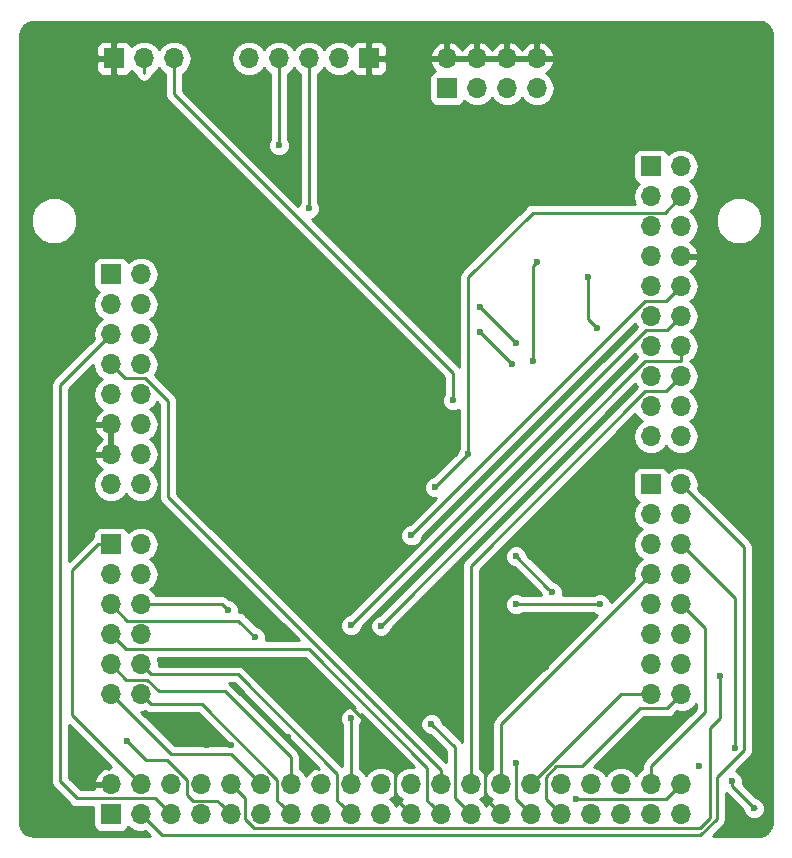
<source format=gbr>
G04 #@! TF.GenerationSoftware,KiCad,Pcbnew,(5.0.1)-4*
G04 #@! TF.CreationDate,2018-11-19T18:58:20-05:00*
G04 #@! TF.ProjectId,k64shield,6B3634736869656C642E6B696361645F,rev?*
G04 #@! TF.SameCoordinates,Original*
G04 #@! TF.FileFunction,Copper,L1,Top,Signal*
G04 #@! TF.FilePolarity,Positive*
%FSLAX46Y46*%
G04 Gerber Fmt 4.6, Leading zero omitted, Abs format (unit mm)*
G04 Created by KiCad (PCBNEW (5.0.1)-4) date 11/19/2018 6:58:20 PM*
%MOMM*%
%LPD*%
G01*
G04 APERTURE LIST*
G04 #@! TA.AperFunction,ComponentPad*
%ADD10R,1.700000X1.700000*%
G04 #@! TD*
G04 #@! TA.AperFunction,ComponentPad*
%ADD11O,1.700000X1.700000*%
G04 #@! TD*
G04 #@! TA.AperFunction,ViaPad*
%ADD12C,0.600000*%
G04 #@! TD*
G04 #@! TA.AperFunction,Conductor*
%ADD13C,0.250000*%
G04 #@! TD*
G04 #@! TA.AperFunction,Conductor*
%ADD14C,0.254000*%
G04 #@! TD*
G04 APERTURE END LIST*
D10*
G04 #@! TO.P,J3,1*
G04 #@! TO.N,/B2*
X96774000Y-121920000D03*
D11*
G04 #@! TO.P,J3,2*
G04 #@! TO.N,/GND*
X96774000Y-119380000D03*
G04 #@! TO.P,J3,3*
G04 #@! TO.N,/B1*
X99314000Y-121920000D03*
G04 #@! TO.P,J3,4*
G04 #@! TO.N,/PTB2*
X99314000Y-119380000D03*
G04 #@! TO.P,J3,5*
G04 #@! TO.N,/RST*
X101854000Y-121920000D03*
G04 #@! TO.P,J3,6*
G04 #@! TO.N,/ADC1_DP0*
X101854000Y-119380000D03*
G04 #@! TO.P,J3,7*
G04 #@! TO.N,/GND*
X104394000Y-121920000D03*
G04 #@! TO.P,J3,8*
G04 #@! TO.N,/A2*
X104394000Y-119380000D03*
G04 #@! TO.P,J3,9*
G04 #@! TO.N,/PTB3*
X106934000Y-121920000D03*
G04 #@! TO.P,J3,10*
G04 #@! TO.N,/A1*
X106934000Y-119380000D03*
G04 #@! TO.P,J3,11*
G04 #@! TO.N,/GND*
X109474000Y-121920000D03*
G04 #@! TO.P,J3,12*
G04 #@! TO.N,/PTC10*
X109474000Y-119380000D03*
G04 #@! TO.P,J3,13*
G04 #@! TO.N,/DAC0_OUT*
X112014000Y-121920000D03*
G04 #@! TO.P,J3,14*
G04 #@! TO.N,/PTC11*
X112014000Y-119380000D03*
G04 #@! TO.P,J3,15*
G04 #@! TO.N,/ADC1_DP1*
X114554000Y-121920000D03*
G04 #@! TO.P,J3,16*
G04 #@! TO.N,/GND*
X114554000Y-119380000D03*
G04 #@! TO.P,J3,17*
G04 #@! TO.N,/PTB20*
X117094000Y-121920000D03*
G04 #@! TO.P,J3,18*
G04 #@! TO.N,/PTD3*
X117094000Y-119380000D03*
G04 #@! TO.P,J3,19*
G04 #@! TO.N,/PTB10*
X119634000Y-121920000D03*
G04 #@! TO.P,J3,20*
G04 #@! TO.N,/PTD2*
X119634000Y-119380000D03*
G04 #@! TO.P,J3,21*
G04 #@! TO.N,/GND*
X122174000Y-121920000D03*
G04 #@! TO.P,J3,22*
G04 #@! TO.N,/PTD1*
X122174000Y-119380000D03*
G04 #@! TO.P,J3,23*
G04 #@! TO.N,/PTB11*
X124714000Y-121920000D03*
G04 #@! TO.P,J3,24*
G04 #@! TO.N,/3v3*
X124714000Y-119380000D03*
G04 #@! TO.P,J3,25*
G04 #@! TO.N,/PTE25*
X127254000Y-121920000D03*
G04 #@! TO.P,J3,26*
G04 #@! TO.N,/PTD0*
X127254000Y-119380000D03*
G04 #@! TO.P,J3,27*
G04 #@! TO.N,/GND*
X129794000Y-121920000D03*
G04 #@! TO.P,J3,28*
G04 #@! TO.N,/PTC9*
X129794000Y-119380000D03*
G04 #@! TO.P,J3,29*
G04 #@! TO.N,/PTE24*
X132334000Y-121920000D03*
G04 #@! TO.P,J3,30*
G04 #@! TO.N,/PTB18*
X132334000Y-119380000D03*
G04 #@! TO.P,J3,31*
G04 #@! TO.N,/Rx3*
X134874000Y-121920000D03*
G04 #@! TO.P,J3,32*
G04 #@! TO.N,/GND*
X134874000Y-119380000D03*
G04 #@! TO.P,J3,33*
G04 #@! TO.N,/Tx3*
X137414000Y-121920000D03*
G04 #@! TO.P,J3,34*
G04 #@! TO.N,/PTB19*
X137414000Y-119380000D03*
G04 #@! TO.P,J3,35*
G04 #@! TO.N,/GND*
X139954000Y-121920000D03*
G04 #@! TO.P,J3,36*
G04 #@! TO.N,/PTA2*
X139954000Y-119380000D03*
G04 #@! TO.P,J3,37*
G04 #@! TO.N,/5V*
X142494000Y-121920000D03*
G04 #@! TO.P,J3,38*
G04 #@! TO.N,/PTA1*
X142494000Y-119380000D03*
G04 #@! TO.P,J3,39*
G04 #@! TO.N,/5V*
X145034000Y-121920000D03*
G04 #@! TO.P,J3,40*
G04 #@! TO.N,/3v3*
X145034000Y-119380000D03*
G04 #@! TD*
D10*
G04 #@! TO.P,J1,1*
G04 #@! TO.N,Net-(J1-Pad1)*
X96774000Y-76200000D03*
D11*
G04 #@! TO.P,J1,2*
G04 #@! TO.N,Net-(J1-Pad2)*
X99314000Y-76200000D03*
G04 #@! TO.P,J1,3*
G04 #@! TO.N,/3v3*
X96774000Y-78740000D03*
G04 #@! TO.P,J1,4*
G04 #@! TO.N,Net-(J1-Pad4)*
X99314000Y-78740000D03*
G04 #@! TO.P,J1,5*
G04 #@! TO.N,/RST*
X96774000Y-81280000D03*
G04 #@! TO.P,J1,6*
G04 #@! TO.N,Net-(J1-Pad6)*
X99314000Y-81280000D03*
G04 #@! TO.P,J1,7*
G04 #@! TO.N,/3v3*
X96774000Y-83820000D03*
G04 #@! TO.P,J1,8*
G04 #@! TO.N,Net-(J1-Pad8)*
X99314000Y-83820000D03*
G04 #@! TO.P,J1,9*
G04 #@! TO.N,Net-(J1-Pad9)*
X96774000Y-86360000D03*
G04 #@! TO.P,J1,10*
G04 #@! TO.N,Net-(J1-Pad10)*
X99314000Y-86360000D03*
G04 #@! TO.P,J1,11*
G04 #@! TO.N,/GND*
X96774000Y-88900000D03*
G04 #@! TO.P,J1,12*
G04 #@! TO.N,Net-(J1-Pad12)*
X99314000Y-88900000D03*
G04 #@! TO.P,J1,13*
G04 #@! TO.N,/GND*
X96774000Y-91440000D03*
G04 #@! TO.P,J1,14*
G04 #@! TO.N,Net-(J1-Pad14)*
X99314000Y-91440000D03*
G04 #@! TO.P,J1,15*
G04 #@! TO.N,/5V*
X96774000Y-93980000D03*
G04 #@! TO.P,J1,16*
G04 #@! TO.N,Net-(J1-Pad16)*
X99314000Y-93980000D03*
G04 #@! TD*
D10*
G04 #@! TO.P,J2,1*
G04 #@! TO.N,/PTB2*
X96774000Y-99060000D03*
D11*
G04 #@! TO.P,J2,2*
G04 #@! TO.N,Net-(J2-Pad2)*
X99314000Y-99060000D03*
G04 #@! TO.P,J2,3*
G04 #@! TO.N,/PTB3*
X96774000Y-101600000D03*
G04 #@! TO.P,J2,4*
G04 #@! TO.N,Net-(J2-Pad4)*
X99314000Y-101600000D03*
G04 #@! TO.P,J2,5*
G04 #@! TO.N,/PTB10*
X96774000Y-104140000D03*
G04 #@! TO.P,J2,6*
G04 #@! TO.N,/ADC1_DP1*
X99314000Y-104140000D03*
G04 #@! TO.P,J2,7*
G04 #@! TO.N,/PTB11*
X96774000Y-106680000D03*
G04 #@! TO.P,J2,8*
G04 #@! TO.N,Net-(J2-Pad8)*
X99314000Y-106680000D03*
G04 #@! TO.P,J2,9*
G04 #@! TO.N,/PTC11*
X96774000Y-109220000D03*
G04 #@! TO.P,J2,10*
G04 #@! TO.N,/PTB20*
X99314000Y-109220000D03*
G04 #@! TO.P,J2,11*
G04 #@! TO.N,/PTC10*
X96774000Y-111760000D03*
G04 #@! TO.P,J2,12*
G04 #@! TO.N,/DAC0_OUT*
X99314000Y-111760000D03*
G04 #@! TD*
D10*
G04 #@! TO.P,J4,1*
G04 #@! TO.N,Net-(J4-Pad1)*
X142494000Y-67056000D03*
D11*
G04 #@! TO.P,J4,2*
G04 #@! TO.N,/PTE24*
X145034000Y-67056000D03*
G04 #@! TO.P,J4,3*
G04 #@! TO.N,Net-(J4-Pad3)*
X142494000Y-69596000D03*
G04 #@! TO.P,J4,4*
G04 #@! TO.N,/PTE25*
X145034000Y-69596000D03*
G04 #@! TO.P,J4,5*
G04 #@! TO.N,Net-(J4-Pad5)*
X142494000Y-72136000D03*
G04 #@! TO.P,J4,6*
G04 #@! TO.N,Net-(J4-Pad6)*
X145034000Y-72136000D03*
G04 #@! TO.P,J4,7*
G04 #@! TO.N,Net-(J4-Pad7)*
X142494000Y-74676000D03*
G04 #@! TO.P,J4,8*
G04 #@! TO.N,/GND*
X145034000Y-74676000D03*
G04 #@! TO.P,J4,9*
G04 #@! TO.N,/ADC1_DP0*
X142494000Y-77216000D03*
G04 #@! TO.P,J4,10*
G04 #@! TO.N,/PTD1*
X145034000Y-77216000D03*
G04 #@! TO.P,J4,11*
G04 #@! TO.N,Net-(J4-Pad11)*
X142494000Y-79756000D03*
G04 #@! TO.P,J4,12*
G04 #@! TO.N,/PTD3*
X145034000Y-79756000D03*
G04 #@! TO.P,J4,13*
G04 #@! TO.N,Net-(J4-Pad13)*
X142494000Y-82296000D03*
G04 #@! TO.P,J4,14*
G04 #@! TO.N,/PTD2*
X145034000Y-82296000D03*
G04 #@! TO.P,J4,15*
G04 #@! TO.N,/AO*
X142494000Y-84836000D03*
G04 #@! TO.P,J4,16*
G04 #@! TO.N,/PTD0*
X145034000Y-84836000D03*
G04 #@! TO.P,J4,17*
G04 #@! TO.N,/GND*
X142494000Y-87376000D03*
G04 #@! TO.P,J4,18*
G04 #@! TO.N,/B2*
X145034000Y-87376000D03*
G04 #@! TO.P,J4,19*
G04 #@! TO.N,Net-(J4-Pad19)*
X142494000Y-89916000D03*
G04 #@! TO.P,J4,20*
G04 #@! TO.N,Net-(J4-Pad20)*
X145034000Y-89916000D03*
G04 #@! TD*
D10*
G04 #@! TO.P,J5,1*
G04 #@! TO.N,Net-(J5-Pad1)*
X142494000Y-93980000D03*
D11*
G04 #@! TO.P,J5,2*
G04 #@! TO.N,/B1*
X145034000Y-93980000D03*
G04 #@! TO.P,J5,3*
G04 #@! TO.N,Net-(J5-Pad3)*
X142494000Y-96520000D03*
G04 #@! TO.P,J5,4*
G04 #@! TO.N,/A2*
X145034000Y-96520000D03*
G04 #@! TO.P,J5,5*
G04 #@! TO.N,Net-(J5-Pad5)*
X142494000Y-99060000D03*
G04 #@! TO.P,J5,6*
G04 #@! TO.N,/PTA2*
X145034000Y-99060000D03*
G04 #@! TO.P,J5,7*
G04 #@! TO.N,/PTC9*
X142494000Y-101600000D03*
G04 #@! TO.P,J5,8*
G04 #@! TO.N,/SI*
X145034000Y-101600000D03*
G04 #@! TO.P,J5,9*
G04 #@! TO.N,/SIG*
X142494000Y-104140000D03*
G04 #@! TO.P,J5,10*
G04 #@! TO.N,/PTA1*
X145034000Y-104140000D03*
G04 #@! TO.P,J5,11*
G04 #@! TO.N,/A1*
X142494000Y-106680000D03*
G04 #@! TO.P,J5,12*
G04 #@! TO.N,/CLK*
X145034000Y-106680000D03*
G04 #@! TO.P,J5,13*
G04 #@! TO.N,/PTB19*
X142494000Y-109220000D03*
G04 #@! TO.P,J5,14*
G04 #@! TO.N,/Tx3*
X145034000Y-109220000D03*
G04 #@! TO.P,J5,15*
G04 #@! TO.N,/PTB18*
X142494000Y-111760000D03*
G04 #@! TO.P,J5,16*
G04 #@! TO.N,/Rx3*
X145034000Y-111760000D03*
G04 #@! TD*
D10*
G04 #@! TO.P,J6,1*
G04 #@! TO.N,/GND*
X118618000Y-57912000D03*
D11*
G04 #@! TO.P,J6,2*
G04 #@! TO.N,/5V*
X116078000Y-57912000D03*
G04 #@! TO.P,J6,3*
G04 #@! TO.N,/CLK*
X113538000Y-57912000D03*
G04 #@! TO.P,J6,4*
G04 #@! TO.N,/SI*
X110998000Y-57912000D03*
G04 #@! TO.P,J6,5*
G04 #@! TO.N,/AO*
X108458000Y-57912000D03*
G04 #@! TD*
D10*
G04 #@! TO.P,J7,1*
G04 #@! TO.N,/GND*
X97028000Y-57912000D03*
D11*
G04 #@! TO.P,J7,2*
G04 #@! TO.N,/5V*
X99568000Y-57912000D03*
G04 #@! TO.P,J7,3*
G04 #@! TO.N,/SIG*
X102108000Y-57912000D03*
G04 #@! TD*
G04 #@! TO.P,J8,8*
G04 #@! TO.N,/GND*
X132842000Y-57912000D03*
G04 #@! TO.P,J8,7*
G04 #@! TO.N,/5V*
X132842000Y-60452000D03*
G04 #@! TO.P,J8,6*
G04 #@! TO.N,/GND*
X130302000Y-57912000D03*
G04 #@! TO.P,J8,5*
G04 #@! TO.N,/5V*
X130302000Y-60452000D03*
G04 #@! TO.P,J8,4*
G04 #@! TO.N,/GND*
X127762000Y-57912000D03*
G04 #@! TO.P,J8,3*
G04 #@! TO.N,/5V*
X127762000Y-60452000D03*
G04 #@! TO.P,J8,2*
G04 #@! TO.N,/GND*
X125222000Y-57912000D03*
D10*
G04 #@! TO.P,J8,1*
G04 #@! TO.N,/5V*
X125222000Y-60452000D03*
G04 #@! TD*
D12*
G04 #@! TO.N,/GND*
X106934000Y-116078000D03*
X104902000Y-116078000D03*
X133604000Y-109474000D03*
X111760000Y-115383919D03*
X113284000Y-112776000D03*
X115062000Y-110998000D03*
X115361999Y-107233999D03*
X102870000Y-98044000D03*
X104902000Y-95758000D03*
X105664000Y-108966000D03*
X141318999Y-117442999D03*
X141986000Y-114554000D03*
G04 #@! TO.N,/5V*
X149352000Y-119126000D03*
X146558000Y-117856000D03*
X151213736Y-121412000D03*
G04 #@! TO.N,/A1*
X148336000Y-110236000D03*
G04 #@! TO.N,/AO*
X137160000Y-76454000D03*
X137922000Y-80772000D03*
G04 #@! TO.N,/CLK*
X134112000Y-103124000D03*
X131064000Y-100076000D03*
X130764001Y-83820000D03*
X128016000Y-81071999D03*
X113538000Y-70612000D03*
G04 #@! TO.N,/SIG*
X125730000Y-86868000D03*
X131064000Y-104140000D03*
X138176000Y-104140000D03*
G04 #@! TO.N,/SI*
X131064000Y-82042000D03*
X128016000Y-78994000D03*
X110998000Y-65278000D03*
G04 #@! TO.N,/3v3*
X136144000Y-120650000D03*
G04 #@! TO.N,/PTB3*
X98138999Y-115664999D03*
G04 #@! TO.N,/PTB10*
X108966000Y-106934000D03*
G04 #@! TO.N,/ADC1_DP1*
X106680000Y-104648000D03*
G04 #@! TO.N,/PTD3*
X117094000Y-105918000D03*
X117094000Y-113792000D03*
G04 #@! TO.N,/PTD2*
X119634000Y-105956998D03*
G04 #@! TO.N,/PTD1*
X122212998Y-98298000D03*
G04 #@! TO.N,/PTE25*
X127000000Y-91440000D03*
X124206000Y-94234000D03*
X123906001Y-114254001D03*
G04 #@! TO.N,/PTE24*
X132842000Y-75184000D03*
X132542001Y-83520001D03*
X131064000Y-117602000D03*
G04 #@! TO.N,/PTA2*
X149606000Y-116332000D03*
G04 #@! TD*
D13*
G04 #@! TO.N,/GND*
X106934000Y-116078000D02*
X104902000Y-116078000D01*
X128429001Y-120555001D02*
X128429001Y-114394999D01*
X129794000Y-121920000D02*
X128429001Y-120555001D01*
X128429001Y-114394999D02*
X133604000Y-109474000D01*
X141224000Y-117856000D02*
X141318999Y-117442999D01*
X113284000Y-112776000D02*
X113583999Y-112476001D01*
X113583999Y-112476001D02*
X115062000Y-110998000D01*
X115062000Y-110998000D02*
X115062000Y-110998000D01*
X120809001Y-116581999D02*
X116749002Y-112522000D01*
X122174000Y-121920000D02*
X120809001Y-120555001D01*
X120809001Y-120555001D02*
X120809001Y-116581999D01*
G04 #@! TO.N,/5V*
X99568000Y-57912000D02*
X99568000Y-59114081D01*
X149352000Y-119550264D02*
X151213736Y-121412000D01*
X149352000Y-119126000D02*
X149352000Y-119550264D01*
X151213736Y-121412000D02*
X151384000Y-121412000D01*
X151213736Y-121412000D02*
X151213736Y-121412000D01*
G04 #@! TO.N,/A1*
X108109001Y-120555001D02*
X108109001Y-122333001D01*
X106934000Y-119380000D02*
X108109001Y-120555001D01*
X108871001Y-123095001D02*
X146652999Y-123095001D01*
X108109001Y-122333001D02*
X108871001Y-123095001D01*
X146652999Y-123095001D02*
X147516010Y-122231990D01*
X147516010Y-122231990D02*
X147516010Y-114611990D01*
X147516010Y-114611990D02*
X148336000Y-113792000D01*
X148336000Y-113792000D02*
X148336000Y-110236000D01*
X148336000Y-110236000D02*
X148336000Y-110236000D01*
G04 #@! TO.N,/B1*
X145034000Y-93980000D02*
X150368000Y-99314000D01*
X150368000Y-116495002D02*
X148082000Y-118781002D01*
X150368000Y-99314000D02*
X150368000Y-116495002D01*
X148082000Y-122302410D02*
X146686410Y-123698000D01*
X148082000Y-118781002D02*
X148082000Y-122302410D01*
X101092000Y-123698000D02*
X99314000Y-121920000D01*
X146686410Y-123698000D02*
X101092000Y-123698000D01*
G04 #@! TO.N,/AO*
X137160000Y-76454000D02*
X137160000Y-80010000D01*
X137160000Y-80010000D02*
X137922000Y-80772000D01*
X137922000Y-80772000D02*
X137922000Y-80772000D01*
G04 #@! TO.N,/CLK*
X134112000Y-103124000D02*
X133812001Y-102824001D01*
X133812001Y-102824001D02*
X131064000Y-100076000D01*
X131064000Y-100076000D02*
X131064000Y-100076000D01*
X128016000Y-81071999D02*
X128016000Y-81071999D01*
X128016000Y-81071999D02*
X130764001Y-83820000D01*
X113538000Y-70612000D02*
X113538000Y-57912000D01*
G04 #@! TO.N,/SIG*
X102108000Y-57912000D02*
X102108000Y-60960000D01*
X102108000Y-60960000D02*
X125730000Y-84582000D01*
X125730000Y-84582000D02*
X125730000Y-86868000D01*
X125730000Y-86868000D02*
X125730000Y-86868000D01*
X131064000Y-104140000D02*
X138176000Y-104140000D01*
X138176000Y-104140000D02*
X138176000Y-104140000D01*
G04 #@! TO.N,/SI*
X131064000Y-82042000D02*
X128016000Y-78994000D01*
X128016000Y-78994000D02*
X128016000Y-78994000D01*
X110998000Y-65278000D02*
X110998000Y-57912000D01*
G04 #@! TO.N,/3v3*
X137414000Y-120650000D02*
X137414000Y-120650000D01*
X124714000Y-118177919D02*
X101600000Y-95063919D01*
X124714000Y-119380000D02*
X124714000Y-118177919D01*
X97623999Y-84669999D02*
X96774000Y-83820000D01*
X97949001Y-84995001D02*
X97623999Y-84669999D01*
X99688003Y-84995001D02*
X97949001Y-84995001D01*
X101600000Y-86906998D02*
X99688003Y-84995001D01*
X101600000Y-95063919D02*
X101600000Y-86906998D01*
X137414000Y-120650000D02*
X136144000Y-120650000D01*
X145034000Y-119380000D02*
X143764000Y-120650000D01*
X143764000Y-120650000D02*
X137414000Y-120650000D01*
G04 #@! TO.N,/RST*
X100489001Y-120555001D02*
X93885001Y-120555001D01*
X101854000Y-121920000D02*
X100489001Y-120555001D01*
X93885001Y-120555001D02*
X92456000Y-119126000D01*
X92456000Y-85598000D02*
X96774000Y-81280000D01*
X92456000Y-119126000D02*
X92456000Y-85598000D01*
G04 #@! TO.N,/PTB2*
X95674000Y-99060000D02*
X93472000Y-101262000D01*
X96774000Y-99060000D02*
X95674000Y-99060000D01*
X93472000Y-113538000D02*
X99314000Y-119380000D01*
X93472000Y-101262000D02*
X93472000Y-113538000D01*
G04 #@! TO.N,/PTB3*
X99764010Y-117290010D02*
X101542010Y-117290010D01*
X98138999Y-115664999D02*
X99764010Y-117290010D01*
X103218999Y-118966999D02*
X103218999Y-120236999D01*
X101542010Y-117290010D02*
X103218999Y-118966999D01*
X106084001Y-121070001D02*
X106934000Y-121920000D01*
X105758999Y-120744999D02*
X106084001Y-121070001D01*
X103726999Y-120744999D02*
X105758999Y-120744999D01*
X103218999Y-120236999D02*
X103726999Y-120744999D01*
G04 #@! TO.N,/PTB10*
X98138999Y-105504999D02*
X107536999Y-105504999D01*
X96774000Y-104140000D02*
X98138999Y-105504999D01*
X107536999Y-105504999D02*
X108966000Y-106934000D01*
X108966000Y-106934000D02*
X108966000Y-106934000D01*
G04 #@! TO.N,/ADC1_DP1*
X106172000Y-104140000D02*
X106680000Y-104648000D01*
X99314000Y-104140000D02*
X106172000Y-104140000D01*
G04 #@! TO.N,/PTB11*
X96774000Y-106680000D02*
X98044000Y-107950000D01*
X98044000Y-107950000D02*
X113538000Y-107950000D01*
X123864001Y-121070001D02*
X124714000Y-121920000D01*
X123538999Y-120744999D02*
X123864001Y-121070001D01*
X123538999Y-117950999D02*
X123538999Y-120744999D01*
X113538000Y-107950000D02*
X123538999Y-117950999D01*
G04 #@! TO.N,/PTC11*
X98074008Y-110520008D02*
X99852008Y-110520008D01*
X96774000Y-109220000D02*
X98074008Y-110520008D01*
X99852008Y-110520008D02*
X100838000Y-111506000D01*
X100838000Y-111506000D02*
X106426000Y-111506000D01*
X112014000Y-117094000D02*
X112014000Y-119380000D01*
X106426000Y-111506000D02*
X112014000Y-117094000D01*
G04 #@! TO.N,/PTB20*
X100163999Y-110069999D02*
X107529999Y-110069999D01*
X99314000Y-109220000D02*
X100163999Y-110069999D01*
X116244001Y-121070001D02*
X117094000Y-121920000D01*
X115918999Y-120744999D02*
X116244001Y-121070001D01*
X115918999Y-118458999D02*
X115918999Y-120744999D01*
X107529999Y-110069999D02*
X115918999Y-118458999D01*
G04 #@! TO.N,/PTC10*
X108624001Y-118530001D02*
X109474000Y-119380000D01*
X106934000Y-116840000D02*
X108624001Y-118530001D01*
X101854000Y-116840000D02*
X106934000Y-116840000D01*
X96774000Y-111760000D02*
X101854000Y-116840000D01*
G04 #@! TO.N,/DAC0_OUT*
X100163999Y-112609999D02*
X104481999Y-112609999D01*
X99314000Y-111760000D02*
X100163999Y-112609999D01*
X111164001Y-121070001D02*
X112014000Y-121920000D01*
X110838999Y-120744999D02*
X111164001Y-121070001D01*
X110838999Y-118966999D02*
X110838999Y-120744999D01*
X104481999Y-112609999D02*
X110838999Y-118966999D01*
G04 #@! TO.N,/PTD3*
X143858999Y-80931001D02*
X142080999Y-80931001D01*
X145034000Y-79756000D02*
X143858999Y-80931001D01*
X142080999Y-80931001D02*
X117094000Y-105918000D01*
X117094000Y-105918000D02*
X117094000Y-105918000D01*
X117094000Y-113792000D02*
X117094000Y-119380000D01*
G04 #@! TO.N,/PTD2*
X145034000Y-83498081D02*
X144966081Y-83566000D01*
X145034000Y-82296000D02*
X145034000Y-83498081D01*
X142024998Y-83566000D02*
X119634000Y-105956998D01*
X144966081Y-83566000D02*
X142024998Y-83566000D01*
X119634000Y-105956998D02*
X119634000Y-105956998D01*
G04 #@! TO.N,/PTD1*
X145034000Y-77216000D02*
X143764000Y-78486000D01*
X142024998Y-78486000D02*
X122212998Y-98298000D01*
X143764000Y-78486000D02*
X142024998Y-78486000D01*
X122212998Y-98298000D02*
X122174000Y-98298000D01*
X122212998Y-98298000D02*
X122212998Y-98298000D01*
G04 #@! TO.N,/PTE25*
X143669001Y-70960999D02*
X132493001Y-70960999D01*
X145034000Y-69596000D02*
X143669001Y-70960999D01*
X132493001Y-70960999D02*
X127000000Y-76454000D01*
X127000000Y-76454000D02*
X127000000Y-91440000D01*
X127000000Y-91440000D02*
X127000000Y-91440000D01*
X127000000Y-91440000D02*
X124206000Y-94234000D01*
X124206000Y-94234000D02*
X124206000Y-94234000D01*
X126404001Y-121070001D02*
X127254000Y-121920000D01*
X125889001Y-120555001D02*
X126404001Y-121070001D01*
X125889001Y-116237001D02*
X125889001Y-120555001D01*
X123906001Y-114254001D02*
X125889001Y-116237001D01*
G04 #@! TO.N,/PTD0*
X145034000Y-84836000D02*
X143764000Y-86106000D01*
X127254000Y-118177919D02*
X127254000Y-119380000D01*
X127254000Y-100876998D02*
X127254000Y-118177919D01*
X142024998Y-86106000D02*
X127254000Y-100876998D01*
X143764000Y-86106000D02*
X142024998Y-86106000D01*
G04 #@! TO.N,/PTC9*
X129794000Y-114300000D02*
X129794000Y-119380000D01*
X142494000Y-101600000D02*
X129794000Y-114300000D01*
G04 #@! TO.N,/PTE24*
X132542001Y-75483999D02*
X132542001Y-83520001D01*
X132842000Y-75184000D02*
X132542001Y-75483999D01*
X132542001Y-83520001D02*
X132588000Y-83566000D01*
X132542001Y-83520001D02*
X132542001Y-83520001D01*
X131064000Y-120650000D02*
X132334000Y-121920000D01*
X131064000Y-117602000D02*
X131064000Y-120650000D01*
G04 #@! TO.N,/PTB18*
X139954000Y-111760000D02*
X132334000Y-119380000D01*
X142494000Y-111760000D02*
X139954000Y-111760000D01*
G04 #@! TO.N,/Rx3*
X143858999Y-112935001D02*
X141572999Y-112935001D01*
X145034000Y-111760000D02*
X143858999Y-112935001D01*
X134874000Y-121920000D02*
X133604000Y-120650000D01*
X134494410Y-117856000D02*
X136652000Y-117856000D01*
X133604000Y-118746410D02*
X134494410Y-117856000D01*
X133604000Y-120650000D02*
X133604000Y-118746410D01*
X141572999Y-112935001D02*
X136652000Y-117856000D01*
G04 #@! TO.N,/PTA2*
X149606000Y-103632000D02*
X149606000Y-116332000D01*
X145034000Y-99060000D02*
X149606000Y-103632000D01*
X149606000Y-116332000D02*
X149606000Y-116332000D01*
G04 #@! TO.N,/PTA1*
X145034000Y-104140000D02*
X147066000Y-106172000D01*
X147066000Y-106172000D02*
X147066000Y-113284000D01*
X142494000Y-117856000D02*
X142494000Y-119380000D01*
X147066000Y-113284000D02*
X142494000Y-117856000D01*
G04 #@! TD*
D14*
G04 #@! TO.N,/GND*
G36*
X151949687Y-54866839D02*
X152233819Y-55003277D01*
X152465273Y-55217232D01*
X152623583Y-55489782D01*
X152703701Y-55835435D01*
X152706001Y-55893978D01*
X152706000Y-122628930D01*
X152651161Y-122993687D01*
X152514722Y-123277820D01*
X152300768Y-123509273D01*
X152028219Y-123667583D01*
X151682566Y-123747701D01*
X151624047Y-123750000D01*
X147709212Y-123750000D01*
X148566476Y-122892737D01*
X148629929Y-122850339D01*
X148672327Y-122786886D01*
X148672329Y-122786884D01*
X148797903Y-122598948D01*
X148797904Y-122598947D01*
X148842000Y-122377262D01*
X148842000Y-122377258D01*
X148856888Y-122302411D01*
X148842000Y-122227564D01*
X148842000Y-120123536D01*
X148867528Y-120140593D01*
X150278736Y-121551803D01*
X150278736Y-121597983D01*
X150421081Y-121941635D01*
X150684101Y-122204655D01*
X151027753Y-122347000D01*
X151399719Y-122347000D01*
X151743371Y-122204655D01*
X152006391Y-121941635D01*
X152148736Y-121597983D01*
X152148736Y-121463042D01*
X152158889Y-121412000D01*
X152148736Y-121360958D01*
X152148736Y-121226017D01*
X152006391Y-120882365D01*
X151743371Y-120619345D01*
X151399719Y-120477000D01*
X151353539Y-120477000D01*
X150258156Y-119381619D01*
X150287000Y-119311983D01*
X150287000Y-118940017D01*
X150144655Y-118596365D01*
X149881635Y-118333345D01*
X149685641Y-118252162D01*
X150852473Y-117085331D01*
X150915929Y-117042931D01*
X151083904Y-116791539D01*
X151128000Y-116569854D01*
X151128000Y-116569850D01*
X151142888Y-116495003D01*
X151128000Y-116420156D01*
X151128000Y-99388846D01*
X151142888Y-99313999D01*
X151128000Y-99239152D01*
X151128000Y-99239148D01*
X151083904Y-99017463D01*
X150915929Y-98766071D01*
X150852473Y-98723671D01*
X146475209Y-94346408D01*
X146548092Y-93980000D01*
X146432839Y-93400582D01*
X146104625Y-92909375D01*
X145613418Y-92581161D01*
X145180256Y-92495000D01*
X144887744Y-92495000D01*
X144454582Y-92581161D01*
X143963375Y-92909375D01*
X143951184Y-92927619D01*
X143942157Y-92882235D01*
X143801809Y-92672191D01*
X143591765Y-92531843D01*
X143344000Y-92482560D01*
X141644000Y-92482560D01*
X141396235Y-92531843D01*
X141186191Y-92672191D01*
X141045843Y-92882235D01*
X140996560Y-93130000D01*
X140996560Y-94830000D01*
X141045843Y-95077765D01*
X141186191Y-95287809D01*
X141396235Y-95428157D01*
X141441619Y-95437184D01*
X141423375Y-95449375D01*
X141095161Y-95940582D01*
X140979908Y-96520000D01*
X141095161Y-97099418D01*
X141423375Y-97590625D01*
X141721761Y-97790000D01*
X141423375Y-97989375D01*
X141095161Y-98480582D01*
X140979908Y-99060000D01*
X141095161Y-99639418D01*
X141423375Y-100130625D01*
X141721761Y-100330000D01*
X141423375Y-100529375D01*
X141095161Y-101020582D01*
X140979908Y-101600000D01*
X141052791Y-101966407D01*
X139097580Y-103921618D01*
X138968655Y-103610365D01*
X138705635Y-103347345D01*
X138361983Y-103205000D01*
X137990017Y-103205000D01*
X137646365Y-103347345D01*
X137613710Y-103380000D01*
X135017998Y-103380000D01*
X135047000Y-103309983D01*
X135047000Y-102938017D01*
X134904655Y-102594365D01*
X134641635Y-102331345D01*
X134297983Y-102189000D01*
X134251802Y-102189000D01*
X131999000Y-99936199D01*
X131999000Y-99890017D01*
X131856655Y-99546365D01*
X131593635Y-99283345D01*
X131249983Y-99141000D01*
X130878017Y-99141000D01*
X130534365Y-99283345D01*
X130271345Y-99546365D01*
X130129000Y-99890017D01*
X130129000Y-100261983D01*
X130271345Y-100605635D01*
X130534365Y-100868655D01*
X130878017Y-101011000D01*
X130924199Y-101011000D01*
X133177000Y-103263802D01*
X133177000Y-103309983D01*
X133206002Y-103380000D01*
X131626290Y-103380000D01*
X131593635Y-103347345D01*
X131249983Y-103205000D01*
X130878017Y-103205000D01*
X130534365Y-103347345D01*
X130271345Y-103610365D01*
X130129000Y-103954017D01*
X130129000Y-104325983D01*
X130271345Y-104669635D01*
X130534365Y-104932655D01*
X130878017Y-105075000D01*
X131249983Y-105075000D01*
X131593635Y-104932655D01*
X131626290Y-104900000D01*
X137613710Y-104900000D01*
X137646365Y-104932655D01*
X137957618Y-105061580D01*
X129309530Y-113709669D01*
X129246071Y-113752071D01*
X129078096Y-114003464D01*
X129034000Y-114225149D01*
X129034000Y-114225153D01*
X129019112Y-114300000D01*
X129034000Y-114374847D01*
X129034001Y-118101822D01*
X128723375Y-118309375D01*
X128524000Y-118607761D01*
X128324625Y-118309375D01*
X128014000Y-118101822D01*
X128014000Y-101191799D01*
X141175647Y-88030153D01*
X141222355Y-88142924D01*
X141612642Y-88571183D01*
X141742478Y-88632157D01*
X141423375Y-88845375D01*
X141095161Y-89336582D01*
X140979908Y-89916000D01*
X141095161Y-90495418D01*
X141423375Y-90986625D01*
X141914582Y-91314839D01*
X142347744Y-91401000D01*
X142640256Y-91401000D01*
X143073418Y-91314839D01*
X143564625Y-90986625D01*
X143764000Y-90688239D01*
X143963375Y-90986625D01*
X144454582Y-91314839D01*
X144887744Y-91401000D01*
X145180256Y-91401000D01*
X145613418Y-91314839D01*
X146104625Y-90986625D01*
X146432839Y-90495418D01*
X146548092Y-89916000D01*
X146432839Y-89336582D01*
X146104625Y-88845375D01*
X145806239Y-88646000D01*
X146104625Y-88446625D01*
X146432839Y-87955418D01*
X146548092Y-87376000D01*
X146432839Y-86796582D01*
X146104625Y-86305375D01*
X145806239Y-86106000D01*
X146104625Y-85906625D01*
X146432839Y-85415418D01*
X146548092Y-84836000D01*
X146432839Y-84256582D01*
X146104625Y-83765375D01*
X145806239Y-83566000D01*
X146104625Y-83366625D01*
X146432839Y-82875418D01*
X146548092Y-82296000D01*
X146432839Y-81716582D01*
X146104625Y-81225375D01*
X145806239Y-81026000D01*
X146104625Y-80826625D01*
X146432839Y-80335418D01*
X146548092Y-79756000D01*
X146432839Y-79176582D01*
X146104625Y-78685375D01*
X145806239Y-78486000D01*
X146104625Y-78286625D01*
X146432839Y-77795418D01*
X146548092Y-77216000D01*
X146432839Y-76636582D01*
X146104625Y-76145375D01*
X145785522Y-75932157D01*
X145915358Y-75871183D01*
X146305645Y-75442924D01*
X146475476Y-75032890D01*
X146354155Y-74803000D01*
X145161000Y-74803000D01*
X145161000Y-74823000D01*
X144907000Y-74823000D01*
X144907000Y-74803000D01*
X144887000Y-74803000D01*
X144887000Y-74549000D01*
X144907000Y-74549000D01*
X144907000Y-74529000D01*
X145161000Y-74529000D01*
X145161000Y-74549000D01*
X146354155Y-74549000D01*
X146475476Y-74319110D01*
X146305645Y-73909076D01*
X145915358Y-73480817D01*
X145785522Y-73419843D01*
X146104625Y-73206625D01*
X146432839Y-72715418D01*
X146548092Y-72136000D01*
X146432839Y-71556582D01*
X146231435Y-71255159D01*
X147963000Y-71255159D01*
X147963000Y-72044841D01*
X148265199Y-72774412D01*
X148823588Y-73332801D01*
X149553159Y-73635000D01*
X150342841Y-73635000D01*
X151072412Y-73332801D01*
X151630801Y-72774412D01*
X151933000Y-72044841D01*
X151933000Y-71255159D01*
X151630801Y-70525588D01*
X151072412Y-69967199D01*
X150342841Y-69665000D01*
X149553159Y-69665000D01*
X148823588Y-69967199D01*
X148265199Y-70525588D01*
X147963000Y-71255159D01*
X146231435Y-71255159D01*
X146104625Y-71065375D01*
X145806239Y-70866000D01*
X146104625Y-70666625D01*
X146432839Y-70175418D01*
X146548092Y-69596000D01*
X146432839Y-69016582D01*
X146104625Y-68525375D01*
X145806239Y-68326000D01*
X146104625Y-68126625D01*
X146432839Y-67635418D01*
X146548092Y-67056000D01*
X146432839Y-66476582D01*
X146104625Y-65985375D01*
X145613418Y-65657161D01*
X145180256Y-65571000D01*
X144887744Y-65571000D01*
X144454582Y-65657161D01*
X143963375Y-65985375D01*
X143951184Y-66003619D01*
X143942157Y-65958235D01*
X143801809Y-65748191D01*
X143591765Y-65607843D01*
X143344000Y-65558560D01*
X141644000Y-65558560D01*
X141396235Y-65607843D01*
X141186191Y-65748191D01*
X141045843Y-65958235D01*
X140996560Y-66206000D01*
X140996560Y-67906000D01*
X141045843Y-68153765D01*
X141186191Y-68363809D01*
X141396235Y-68504157D01*
X141441619Y-68513184D01*
X141423375Y-68525375D01*
X141095161Y-69016582D01*
X140979908Y-69596000D01*
X141095161Y-70175418D01*
X141112254Y-70200999D01*
X132567849Y-70200999D01*
X132493001Y-70186111D01*
X132418153Y-70200999D01*
X132418149Y-70200999D01*
X132196464Y-70245095D01*
X131945072Y-70413070D01*
X131902672Y-70476526D01*
X126515530Y-75863669D01*
X126452071Y-75906071D01*
X126284096Y-76157464D01*
X126240000Y-76379149D01*
X126240000Y-76379153D01*
X126225112Y-76454000D01*
X126240000Y-76528847D01*
X126240001Y-84008728D01*
X126214473Y-83991671D01*
X113756382Y-71533580D01*
X114067635Y-71404655D01*
X114330655Y-71141635D01*
X114473000Y-70797983D01*
X114473000Y-70426017D01*
X114330655Y-70082365D01*
X114298000Y-70049710D01*
X114298000Y-59602000D01*
X123724560Y-59602000D01*
X123724560Y-61302000D01*
X123773843Y-61549765D01*
X123914191Y-61759809D01*
X124124235Y-61900157D01*
X124372000Y-61949440D01*
X126072000Y-61949440D01*
X126319765Y-61900157D01*
X126529809Y-61759809D01*
X126670157Y-61549765D01*
X126679184Y-61504381D01*
X126691375Y-61522625D01*
X127182582Y-61850839D01*
X127615744Y-61937000D01*
X127908256Y-61937000D01*
X128341418Y-61850839D01*
X128832625Y-61522625D01*
X129032000Y-61224239D01*
X129231375Y-61522625D01*
X129722582Y-61850839D01*
X130155744Y-61937000D01*
X130448256Y-61937000D01*
X130881418Y-61850839D01*
X131372625Y-61522625D01*
X131572000Y-61224239D01*
X131771375Y-61522625D01*
X132262582Y-61850839D01*
X132695744Y-61937000D01*
X132988256Y-61937000D01*
X133421418Y-61850839D01*
X133912625Y-61522625D01*
X134240839Y-61031418D01*
X134356092Y-60452000D01*
X134240839Y-59872582D01*
X133912625Y-59381375D01*
X133612214Y-59180647D01*
X134037183Y-58793358D01*
X134283486Y-58268892D01*
X134162819Y-58039000D01*
X132969000Y-58039000D01*
X132969000Y-58059000D01*
X132715000Y-58059000D01*
X132715000Y-58039000D01*
X130429000Y-58039000D01*
X130429000Y-58059000D01*
X130175000Y-58059000D01*
X130175000Y-58039000D01*
X127889000Y-58039000D01*
X127889000Y-58059000D01*
X127635000Y-58059000D01*
X127635000Y-58039000D01*
X125349000Y-58039000D01*
X125349000Y-58059000D01*
X125095000Y-58059000D01*
X125095000Y-58039000D01*
X123901181Y-58039000D01*
X123780514Y-58268892D01*
X124026817Y-58793358D01*
X124233855Y-58982039D01*
X124124235Y-59003843D01*
X123914191Y-59144191D01*
X123773843Y-59354235D01*
X123724560Y-59602000D01*
X114298000Y-59602000D01*
X114298000Y-59190178D01*
X114608625Y-58982625D01*
X114808000Y-58684239D01*
X115007375Y-58982625D01*
X115498582Y-59310839D01*
X115931744Y-59397000D01*
X116224256Y-59397000D01*
X116657418Y-59310839D01*
X117148625Y-58982625D01*
X117163096Y-58960967D01*
X117229673Y-59121698D01*
X117408301Y-59300327D01*
X117641690Y-59397000D01*
X118332250Y-59397000D01*
X118491000Y-59238250D01*
X118491000Y-58039000D01*
X118745000Y-58039000D01*
X118745000Y-59238250D01*
X118903750Y-59397000D01*
X119594310Y-59397000D01*
X119827699Y-59300327D01*
X120006327Y-59121698D01*
X120103000Y-58888309D01*
X120103000Y-58197750D01*
X119944250Y-58039000D01*
X118745000Y-58039000D01*
X118491000Y-58039000D01*
X118471000Y-58039000D01*
X118471000Y-57785000D01*
X118491000Y-57785000D01*
X118491000Y-56585750D01*
X118745000Y-56585750D01*
X118745000Y-57785000D01*
X119944250Y-57785000D01*
X120103000Y-57626250D01*
X120103000Y-57555108D01*
X123780514Y-57555108D01*
X123901181Y-57785000D01*
X125095000Y-57785000D01*
X125095000Y-56591845D01*
X125349000Y-56591845D01*
X125349000Y-57785000D01*
X127635000Y-57785000D01*
X127635000Y-56591845D01*
X127889000Y-56591845D01*
X127889000Y-57785000D01*
X130175000Y-57785000D01*
X130175000Y-56591845D01*
X130429000Y-56591845D01*
X130429000Y-57785000D01*
X132715000Y-57785000D01*
X132715000Y-56591845D01*
X132969000Y-56591845D01*
X132969000Y-57785000D01*
X134162819Y-57785000D01*
X134283486Y-57555108D01*
X134037183Y-57030642D01*
X133608924Y-56640355D01*
X133198890Y-56470524D01*
X132969000Y-56591845D01*
X132715000Y-56591845D01*
X132485110Y-56470524D01*
X132075076Y-56640355D01*
X131646817Y-57030642D01*
X131572000Y-57189954D01*
X131497183Y-57030642D01*
X131068924Y-56640355D01*
X130658890Y-56470524D01*
X130429000Y-56591845D01*
X130175000Y-56591845D01*
X129945110Y-56470524D01*
X129535076Y-56640355D01*
X129106817Y-57030642D01*
X129032000Y-57189954D01*
X128957183Y-57030642D01*
X128528924Y-56640355D01*
X128118890Y-56470524D01*
X127889000Y-56591845D01*
X127635000Y-56591845D01*
X127405110Y-56470524D01*
X126995076Y-56640355D01*
X126566817Y-57030642D01*
X126492000Y-57189954D01*
X126417183Y-57030642D01*
X125988924Y-56640355D01*
X125578890Y-56470524D01*
X125349000Y-56591845D01*
X125095000Y-56591845D01*
X124865110Y-56470524D01*
X124455076Y-56640355D01*
X124026817Y-57030642D01*
X123780514Y-57555108D01*
X120103000Y-57555108D01*
X120103000Y-56935691D01*
X120006327Y-56702302D01*
X119827699Y-56523673D01*
X119594310Y-56427000D01*
X118903750Y-56427000D01*
X118745000Y-56585750D01*
X118491000Y-56585750D01*
X118332250Y-56427000D01*
X117641690Y-56427000D01*
X117408301Y-56523673D01*
X117229673Y-56702302D01*
X117163096Y-56863033D01*
X117148625Y-56841375D01*
X116657418Y-56513161D01*
X116224256Y-56427000D01*
X115931744Y-56427000D01*
X115498582Y-56513161D01*
X115007375Y-56841375D01*
X114808000Y-57139761D01*
X114608625Y-56841375D01*
X114117418Y-56513161D01*
X113684256Y-56427000D01*
X113391744Y-56427000D01*
X112958582Y-56513161D01*
X112467375Y-56841375D01*
X112268000Y-57139761D01*
X112068625Y-56841375D01*
X111577418Y-56513161D01*
X111144256Y-56427000D01*
X110851744Y-56427000D01*
X110418582Y-56513161D01*
X109927375Y-56841375D01*
X109728000Y-57139761D01*
X109528625Y-56841375D01*
X109037418Y-56513161D01*
X108604256Y-56427000D01*
X108311744Y-56427000D01*
X107878582Y-56513161D01*
X107387375Y-56841375D01*
X107059161Y-57332582D01*
X106943908Y-57912000D01*
X107059161Y-58491418D01*
X107387375Y-58982625D01*
X107878582Y-59310839D01*
X108311744Y-59397000D01*
X108604256Y-59397000D01*
X109037418Y-59310839D01*
X109528625Y-58982625D01*
X109728000Y-58684239D01*
X109927375Y-58982625D01*
X110238001Y-59190179D01*
X110238000Y-64715710D01*
X110205345Y-64748365D01*
X110063000Y-65092017D01*
X110063000Y-65463983D01*
X110205345Y-65807635D01*
X110468365Y-66070655D01*
X110812017Y-66213000D01*
X111183983Y-66213000D01*
X111527635Y-66070655D01*
X111790655Y-65807635D01*
X111933000Y-65463983D01*
X111933000Y-65092017D01*
X111790655Y-64748365D01*
X111758000Y-64715710D01*
X111758000Y-59190178D01*
X112068625Y-58982625D01*
X112268000Y-58684239D01*
X112467375Y-58982625D01*
X112778001Y-59190179D01*
X112778000Y-70049710D01*
X112745345Y-70082365D01*
X112616420Y-70393618D01*
X102868000Y-60645199D01*
X102868000Y-59190178D01*
X103178625Y-58982625D01*
X103506839Y-58491418D01*
X103622092Y-57912000D01*
X103506839Y-57332582D01*
X103178625Y-56841375D01*
X102687418Y-56513161D01*
X102254256Y-56427000D01*
X101961744Y-56427000D01*
X101528582Y-56513161D01*
X101037375Y-56841375D01*
X100838000Y-57139761D01*
X100638625Y-56841375D01*
X100147418Y-56513161D01*
X99714256Y-56427000D01*
X99421744Y-56427000D01*
X98988582Y-56513161D01*
X98497375Y-56841375D01*
X98482904Y-56863033D01*
X98416327Y-56702302D01*
X98237699Y-56523673D01*
X98004310Y-56427000D01*
X97313750Y-56427000D01*
X97155000Y-56585750D01*
X97155000Y-57785000D01*
X97175000Y-57785000D01*
X97175000Y-58039000D01*
X97155000Y-58039000D01*
X97155000Y-59238250D01*
X97313750Y-59397000D01*
X98004310Y-59397000D01*
X98237699Y-59300327D01*
X98416327Y-59121698D01*
X98482904Y-58960967D01*
X98497375Y-58982625D01*
X98808287Y-59190370D01*
X98852097Y-59410618D01*
X99020072Y-59662010D01*
X99271464Y-59829985D01*
X99568000Y-59888970D01*
X99864537Y-59829985D01*
X100115929Y-59662010D01*
X100283904Y-59410618D01*
X100327714Y-59190369D01*
X100638625Y-58982625D01*
X100838000Y-58684239D01*
X101037375Y-58982625D01*
X101348000Y-59190178D01*
X101348001Y-60885148D01*
X101333112Y-60960000D01*
X101348001Y-61034852D01*
X101392097Y-61256537D01*
X101560072Y-61507929D01*
X101623528Y-61550329D01*
X124970000Y-84896802D01*
X124970001Y-86305709D01*
X124937345Y-86338365D01*
X124795000Y-86682017D01*
X124795000Y-87053983D01*
X124937345Y-87397635D01*
X125200365Y-87660655D01*
X125544017Y-87803000D01*
X125915983Y-87803000D01*
X126240001Y-87668788D01*
X126240001Y-90877709D01*
X126207345Y-90910365D01*
X126065000Y-91254017D01*
X126065000Y-91300198D01*
X124066199Y-93299000D01*
X124020017Y-93299000D01*
X123676365Y-93441345D01*
X123413345Y-93704365D01*
X123271000Y-94048017D01*
X123271000Y-94419983D01*
X123413345Y-94763635D01*
X123676365Y-95026655D01*
X124020017Y-95169000D01*
X124267197Y-95169000D01*
X122073197Y-97363000D01*
X122027015Y-97363000D01*
X121683363Y-97505345D01*
X121420343Y-97768365D01*
X121277998Y-98112017D01*
X121277998Y-98483983D01*
X121420343Y-98827635D01*
X121683363Y-99090655D01*
X122027015Y-99233000D01*
X122398981Y-99233000D01*
X122742633Y-99090655D01*
X123005653Y-98827635D01*
X123147998Y-98483983D01*
X123147998Y-98437801D01*
X141157334Y-80428466D01*
X141298084Y-80639114D01*
X116954199Y-104983000D01*
X116908017Y-104983000D01*
X116564365Y-105125345D01*
X116301345Y-105388365D01*
X116159000Y-105732017D01*
X116159000Y-106103983D01*
X116301345Y-106447635D01*
X116564365Y-106710655D01*
X116908017Y-106853000D01*
X117279983Y-106853000D01*
X117623635Y-106710655D01*
X117886655Y-106447635D01*
X118029000Y-106103983D01*
X118029000Y-106057801D01*
X141141713Y-82945089D01*
X141313705Y-83202492D01*
X119494199Y-105021998D01*
X119448017Y-105021998D01*
X119104365Y-105164343D01*
X118841345Y-105427363D01*
X118699000Y-105771015D01*
X118699000Y-106142981D01*
X118841345Y-106486633D01*
X119104365Y-106749653D01*
X119448017Y-106891998D01*
X119819983Y-106891998D01*
X120163635Y-106749653D01*
X120426655Y-106486633D01*
X120569000Y-106142981D01*
X120569000Y-106096799D01*
X141157334Y-85508466D01*
X141313705Y-85742492D01*
X126769530Y-100286667D01*
X126706071Y-100329069D01*
X126538096Y-100580462D01*
X126494000Y-100802147D01*
X126494000Y-100802151D01*
X126479112Y-100876998D01*
X126494000Y-100951845D01*
X126494001Y-115774484D01*
X126479330Y-115752527D01*
X126479328Y-115752525D01*
X126436930Y-115689072D01*
X126373477Y-115646674D01*
X124841001Y-114114200D01*
X124841001Y-114068018D01*
X124698656Y-113724366D01*
X124435636Y-113461346D01*
X124091984Y-113319001D01*
X123720018Y-113319001D01*
X123376366Y-113461346D01*
X123113346Y-113724366D01*
X122971001Y-114068018D01*
X122971001Y-114439984D01*
X123113346Y-114783636D01*
X123376366Y-115046656D01*
X123720018Y-115189001D01*
X123766200Y-115189001D01*
X125129001Y-116551804D01*
X125129001Y-117518118D01*
X102360000Y-94749118D01*
X102360000Y-86981844D01*
X102374888Y-86906997D01*
X102360000Y-86832150D01*
X102360000Y-86832146D01*
X102315904Y-86610461D01*
X102147929Y-86359069D01*
X102084473Y-86316669D01*
X100494295Y-84726492D01*
X100712839Y-84399418D01*
X100828092Y-83820000D01*
X100712839Y-83240582D01*
X100384625Y-82749375D01*
X100086239Y-82550000D01*
X100384625Y-82350625D01*
X100712839Y-81859418D01*
X100828092Y-81280000D01*
X100712839Y-80700582D01*
X100384625Y-80209375D01*
X100086239Y-80010000D01*
X100384625Y-79810625D01*
X100712839Y-79319418D01*
X100828092Y-78740000D01*
X100712839Y-78160582D01*
X100384625Y-77669375D01*
X100086239Y-77470000D01*
X100384625Y-77270625D01*
X100712839Y-76779418D01*
X100828092Y-76200000D01*
X100712839Y-75620582D01*
X100384625Y-75129375D01*
X99893418Y-74801161D01*
X99460256Y-74715000D01*
X99167744Y-74715000D01*
X98734582Y-74801161D01*
X98243375Y-75129375D01*
X98231184Y-75147619D01*
X98222157Y-75102235D01*
X98081809Y-74892191D01*
X97871765Y-74751843D01*
X97624000Y-74702560D01*
X95924000Y-74702560D01*
X95676235Y-74751843D01*
X95466191Y-74892191D01*
X95325843Y-75102235D01*
X95276560Y-75350000D01*
X95276560Y-77050000D01*
X95325843Y-77297765D01*
X95466191Y-77507809D01*
X95676235Y-77648157D01*
X95721619Y-77657184D01*
X95703375Y-77669375D01*
X95375161Y-78160582D01*
X95259908Y-78740000D01*
X95375161Y-79319418D01*
X95703375Y-79810625D01*
X96001761Y-80010000D01*
X95703375Y-80209375D01*
X95375161Y-80700582D01*
X95259908Y-81280000D01*
X95332791Y-81646407D01*
X91971528Y-85007671D01*
X91908072Y-85050071D01*
X91865672Y-85113527D01*
X91865671Y-85113528D01*
X91740097Y-85301463D01*
X91681112Y-85598000D01*
X91696001Y-85672852D01*
X91696000Y-119051153D01*
X91681112Y-119126000D01*
X91696000Y-119200847D01*
X91696000Y-119200851D01*
X91740096Y-119422536D01*
X91908071Y-119673929D01*
X91971530Y-119716331D01*
X93294671Y-121039473D01*
X93337072Y-121102930D01*
X93588464Y-121270905D01*
X93810149Y-121315001D01*
X93810153Y-121315001D01*
X93885001Y-121329889D01*
X93959849Y-121315001D01*
X95276560Y-121315001D01*
X95276560Y-122770000D01*
X95325843Y-123017765D01*
X95466191Y-123227809D01*
X95676235Y-123368157D01*
X95924000Y-123417440D01*
X97624000Y-123417440D01*
X97871765Y-123368157D01*
X98081809Y-123227809D01*
X98222157Y-123017765D01*
X98231184Y-122972381D01*
X98243375Y-122990625D01*
X98734582Y-123318839D01*
X99167744Y-123405000D01*
X99460256Y-123405000D01*
X99680408Y-123361209D01*
X100069198Y-123750000D01*
X90223070Y-123750000D01*
X89858313Y-123695161D01*
X89574180Y-123558722D01*
X89342727Y-123344768D01*
X89184417Y-123072219D01*
X89104299Y-122726566D01*
X89102000Y-122668047D01*
X89102000Y-71255159D01*
X89963000Y-71255159D01*
X89963000Y-72044841D01*
X90265199Y-72774412D01*
X90823588Y-73332801D01*
X91553159Y-73635000D01*
X92342841Y-73635000D01*
X93072412Y-73332801D01*
X93630801Y-72774412D01*
X93933000Y-72044841D01*
X93933000Y-71255159D01*
X93630801Y-70525588D01*
X93072412Y-69967199D01*
X92342841Y-69665000D01*
X91553159Y-69665000D01*
X90823588Y-69967199D01*
X90265199Y-70525588D01*
X89963000Y-71255159D01*
X89102000Y-71255159D01*
X89102000Y-58197750D01*
X95543000Y-58197750D01*
X95543000Y-58888309D01*
X95639673Y-59121698D01*
X95818301Y-59300327D01*
X96051690Y-59397000D01*
X96742250Y-59397000D01*
X96901000Y-59238250D01*
X96901000Y-58039000D01*
X95701750Y-58039000D01*
X95543000Y-58197750D01*
X89102000Y-58197750D01*
X89102000Y-56935691D01*
X95543000Y-56935691D01*
X95543000Y-57626250D01*
X95701750Y-57785000D01*
X96901000Y-57785000D01*
X96901000Y-56585750D01*
X96742250Y-56427000D01*
X96051690Y-56427000D01*
X95818301Y-56523673D01*
X95639673Y-56702302D01*
X95543000Y-56935691D01*
X89102000Y-56935691D01*
X89102000Y-55933071D01*
X89156839Y-55568313D01*
X89293277Y-55284181D01*
X89507232Y-55052727D01*
X89779782Y-54894417D01*
X90125435Y-54814299D01*
X90183953Y-54812000D01*
X151584929Y-54812000D01*
X151949687Y-54866839D01*
X151949687Y-54866839D01*
G37*
X151949687Y-54866839D02*
X152233819Y-55003277D01*
X152465273Y-55217232D01*
X152623583Y-55489782D01*
X152703701Y-55835435D01*
X152706001Y-55893978D01*
X152706000Y-122628930D01*
X152651161Y-122993687D01*
X152514722Y-123277820D01*
X152300768Y-123509273D01*
X152028219Y-123667583D01*
X151682566Y-123747701D01*
X151624047Y-123750000D01*
X147709212Y-123750000D01*
X148566476Y-122892737D01*
X148629929Y-122850339D01*
X148672327Y-122786886D01*
X148672329Y-122786884D01*
X148797903Y-122598948D01*
X148797904Y-122598947D01*
X148842000Y-122377262D01*
X148842000Y-122377258D01*
X148856888Y-122302411D01*
X148842000Y-122227564D01*
X148842000Y-120123536D01*
X148867528Y-120140593D01*
X150278736Y-121551803D01*
X150278736Y-121597983D01*
X150421081Y-121941635D01*
X150684101Y-122204655D01*
X151027753Y-122347000D01*
X151399719Y-122347000D01*
X151743371Y-122204655D01*
X152006391Y-121941635D01*
X152148736Y-121597983D01*
X152148736Y-121463042D01*
X152158889Y-121412000D01*
X152148736Y-121360958D01*
X152148736Y-121226017D01*
X152006391Y-120882365D01*
X151743371Y-120619345D01*
X151399719Y-120477000D01*
X151353539Y-120477000D01*
X150258156Y-119381619D01*
X150287000Y-119311983D01*
X150287000Y-118940017D01*
X150144655Y-118596365D01*
X149881635Y-118333345D01*
X149685641Y-118252162D01*
X150852473Y-117085331D01*
X150915929Y-117042931D01*
X151083904Y-116791539D01*
X151128000Y-116569854D01*
X151128000Y-116569850D01*
X151142888Y-116495003D01*
X151128000Y-116420156D01*
X151128000Y-99388846D01*
X151142888Y-99313999D01*
X151128000Y-99239152D01*
X151128000Y-99239148D01*
X151083904Y-99017463D01*
X150915929Y-98766071D01*
X150852473Y-98723671D01*
X146475209Y-94346408D01*
X146548092Y-93980000D01*
X146432839Y-93400582D01*
X146104625Y-92909375D01*
X145613418Y-92581161D01*
X145180256Y-92495000D01*
X144887744Y-92495000D01*
X144454582Y-92581161D01*
X143963375Y-92909375D01*
X143951184Y-92927619D01*
X143942157Y-92882235D01*
X143801809Y-92672191D01*
X143591765Y-92531843D01*
X143344000Y-92482560D01*
X141644000Y-92482560D01*
X141396235Y-92531843D01*
X141186191Y-92672191D01*
X141045843Y-92882235D01*
X140996560Y-93130000D01*
X140996560Y-94830000D01*
X141045843Y-95077765D01*
X141186191Y-95287809D01*
X141396235Y-95428157D01*
X141441619Y-95437184D01*
X141423375Y-95449375D01*
X141095161Y-95940582D01*
X140979908Y-96520000D01*
X141095161Y-97099418D01*
X141423375Y-97590625D01*
X141721761Y-97790000D01*
X141423375Y-97989375D01*
X141095161Y-98480582D01*
X140979908Y-99060000D01*
X141095161Y-99639418D01*
X141423375Y-100130625D01*
X141721761Y-100330000D01*
X141423375Y-100529375D01*
X141095161Y-101020582D01*
X140979908Y-101600000D01*
X141052791Y-101966407D01*
X139097580Y-103921618D01*
X138968655Y-103610365D01*
X138705635Y-103347345D01*
X138361983Y-103205000D01*
X137990017Y-103205000D01*
X137646365Y-103347345D01*
X137613710Y-103380000D01*
X135017998Y-103380000D01*
X135047000Y-103309983D01*
X135047000Y-102938017D01*
X134904655Y-102594365D01*
X134641635Y-102331345D01*
X134297983Y-102189000D01*
X134251802Y-102189000D01*
X131999000Y-99936199D01*
X131999000Y-99890017D01*
X131856655Y-99546365D01*
X131593635Y-99283345D01*
X131249983Y-99141000D01*
X130878017Y-99141000D01*
X130534365Y-99283345D01*
X130271345Y-99546365D01*
X130129000Y-99890017D01*
X130129000Y-100261983D01*
X130271345Y-100605635D01*
X130534365Y-100868655D01*
X130878017Y-101011000D01*
X130924199Y-101011000D01*
X133177000Y-103263802D01*
X133177000Y-103309983D01*
X133206002Y-103380000D01*
X131626290Y-103380000D01*
X131593635Y-103347345D01*
X131249983Y-103205000D01*
X130878017Y-103205000D01*
X130534365Y-103347345D01*
X130271345Y-103610365D01*
X130129000Y-103954017D01*
X130129000Y-104325983D01*
X130271345Y-104669635D01*
X130534365Y-104932655D01*
X130878017Y-105075000D01*
X131249983Y-105075000D01*
X131593635Y-104932655D01*
X131626290Y-104900000D01*
X137613710Y-104900000D01*
X137646365Y-104932655D01*
X137957618Y-105061580D01*
X129309530Y-113709669D01*
X129246071Y-113752071D01*
X129078096Y-114003464D01*
X129034000Y-114225149D01*
X129034000Y-114225153D01*
X129019112Y-114300000D01*
X129034000Y-114374847D01*
X129034001Y-118101822D01*
X128723375Y-118309375D01*
X128524000Y-118607761D01*
X128324625Y-118309375D01*
X128014000Y-118101822D01*
X128014000Y-101191799D01*
X141175647Y-88030153D01*
X141222355Y-88142924D01*
X141612642Y-88571183D01*
X141742478Y-88632157D01*
X141423375Y-88845375D01*
X141095161Y-89336582D01*
X140979908Y-89916000D01*
X141095161Y-90495418D01*
X141423375Y-90986625D01*
X141914582Y-91314839D01*
X142347744Y-91401000D01*
X142640256Y-91401000D01*
X143073418Y-91314839D01*
X143564625Y-90986625D01*
X143764000Y-90688239D01*
X143963375Y-90986625D01*
X144454582Y-91314839D01*
X144887744Y-91401000D01*
X145180256Y-91401000D01*
X145613418Y-91314839D01*
X146104625Y-90986625D01*
X146432839Y-90495418D01*
X146548092Y-89916000D01*
X146432839Y-89336582D01*
X146104625Y-88845375D01*
X145806239Y-88646000D01*
X146104625Y-88446625D01*
X146432839Y-87955418D01*
X146548092Y-87376000D01*
X146432839Y-86796582D01*
X146104625Y-86305375D01*
X145806239Y-86106000D01*
X146104625Y-85906625D01*
X146432839Y-85415418D01*
X146548092Y-84836000D01*
X146432839Y-84256582D01*
X146104625Y-83765375D01*
X145806239Y-83566000D01*
X146104625Y-83366625D01*
X146432839Y-82875418D01*
X146548092Y-82296000D01*
X146432839Y-81716582D01*
X146104625Y-81225375D01*
X145806239Y-81026000D01*
X146104625Y-80826625D01*
X146432839Y-80335418D01*
X146548092Y-79756000D01*
X146432839Y-79176582D01*
X146104625Y-78685375D01*
X145806239Y-78486000D01*
X146104625Y-78286625D01*
X146432839Y-77795418D01*
X146548092Y-77216000D01*
X146432839Y-76636582D01*
X146104625Y-76145375D01*
X145785522Y-75932157D01*
X145915358Y-75871183D01*
X146305645Y-75442924D01*
X146475476Y-75032890D01*
X146354155Y-74803000D01*
X145161000Y-74803000D01*
X145161000Y-74823000D01*
X144907000Y-74823000D01*
X144907000Y-74803000D01*
X144887000Y-74803000D01*
X144887000Y-74549000D01*
X144907000Y-74549000D01*
X144907000Y-74529000D01*
X145161000Y-74529000D01*
X145161000Y-74549000D01*
X146354155Y-74549000D01*
X146475476Y-74319110D01*
X146305645Y-73909076D01*
X145915358Y-73480817D01*
X145785522Y-73419843D01*
X146104625Y-73206625D01*
X146432839Y-72715418D01*
X146548092Y-72136000D01*
X146432839Y-71556582D01*
X146231435Y-71255159D01*
X147963000Y-71255159D01*
X147963000Y-72044841D01*
X148265199Y-72774412D01*
X148823588Y-73332801D01*
X149553159Y-73635000D01*
X150342841Y-73635000D01*
X151072412Y-73332801D01*
X151630801Y-72774412D01*
X151933000Y-72044841D01*
X151933000Y-71255159D01*
X151630801Y-70525588D01*
X151072412Y-69967199D01*
X150342841Y-69665000D01*
X149553159Y-69665000D01*
X148823588Y-69967199D01*
X148265199Y-70525588D01*
X147963000Y-71255159D01*
X146231435Y-71255159D01*
X146104625Y-71065375D01*
X145806239Y-70866000D01*
X146104625Y-70666625D01*
X146432839Y-70175418D01*
X146548092Y-69596000D01*
X146432839Y-69016582D01*
X146104625Y-68525375D01*
X145806239Y-68326000D01*
X146104625Y-68126625D01*
X146432839Y-67635418D01*
X146548092Y-67056000D01*
X146432839Y-66476582D01*
X146104625Y-65985375D01*
X145613418Y-65657161D01*
X145180256Y-65571000D01*
X144887744Y-65571000D01*
X144454582Y-65657161D01*
X143963375Y-65985375D01*
X143951184Y-66003619D01*
X143942157Y-65958235D01*
X143801809Y-65748191D01*
X143591765Y-65607843D01*
X143344000Y-65558560D01*
X141644000Y-65558560D01*
X141396235Y-65607843D01*
X141186191Y-65748191D01*
X141045843Y-65958235D01*
X140996560Y-66206000D01*
X140996560Y-67906000D01*
X141045843Y-68153765D01*
X141186191Y-68363809D01*
X141396235Y-68504157D01*
X141441619Y-68513184D01*
X141423375Y-68525375D01*
X141095161Y-69016582D01*
X140979908Y-69596000D01*
X141095161Y-70175418D01*
X141112254Y-70200999D01*
X132567849Y-70200999D01*
X132493001Y-70186111D01*
X132418153Y-70200999D01*
X132418149Y-70200999D01*
X132196464Y-70245095D01*
X131945072Y-70413070D01*
X131902672Y-70476526D01*
X126515530Y-75863669D01*
X126452071Y-75906071D01*
X126284096Y-76157464D01*
X126240000Y-76379149D01*
X126240000Y-76379153D01*
X126225112Y-76454000D01*
X126240000Y-76528847D01*
X126240001Y-84008728D01*
X126214473Y-83991671D01*
X113756382Y-71533580D01*
X114067635Y-71404655D01*
X114330655Y-71141635D01*
X114473000Y-70797983D01*
X114473000Y-70426017D01*
X114330655Y-70082365D01*
X114298000Y-70049710D01*
X114298000Y-59602000D01*
X123724560Y-59602000D01*
X123724560Y-61302000D01*
X123773843Y-61549765D01*
X123914191Y-61759809D01*
X124124235Y-61900157D01*
X124372000Y-61949440D01*
X126072000Y-61949440D01*
X126319765Y-61900157D01*
X126529809Y-61759809D01*
X126670157Y-61549765D01*
X126679184Y-61504381D01*
X126691375Y-61522625D01*
X127182582Y-61850839D01*
X127615744Y-61937000D01*
X127908256Y-61937000D01*
X128341418Y-61850839D01*
X128832625Y-61522625D01*
X129032000Y-61224239D01*
X129231375Y-61522625D01*
X129722582Y-61850839D01*
X130155744Y-61937000D01*
X130448256Y-61937000D01*
X130881418Y-61850839D01*
X131372625Y-61522625D01*
X131572000Y-61224239D01*
X131771375Y-61522625D01*
X132262582Y-61850839D01*
X132695744Y-61937000D01*
X132988256Y-61937000D01*
X133421418Y-61850839D01*
X133912625Y-61522625D01*
X134240839Y-61031418D01*
X134356092Y-60452000D01*
X134240839Y-59872582D01*
X133912625Y-59381375D01*
X133612214Y-59180647D01*
X134037183Y-58793358D01*
X134283486Y-58268892D01*
X134162819Y-58039000D01*
X132969000Y-58039000D01*
X132969000Y-58059000D01*
X132715000Y-58059000D01*
X132715000Y-58039000D01*
X130429000Y-58039000D01*
X130429000Y-58059000D01*
X130175000Y-58059000D01*
X130175000Y-58039000D01*
X127889000Y-58039000D01*
X127889000Y-58059000D01*
X127635000Y-58059000D01*
X127635000Y-58039000D01*
X125349000Y-58039000D01*
X125349000Y-58059000D01*
X125095000Y-58059000D01*
X125095000Y-58039000D01*
X123901181Y-58039000D01*
X123780514Y-58268892D01*
X124026817Y-58793358D01*
X124233855Y-58982039D01*
X124124235Y-59003843D01*
X123914191Y-59144191D01*
X123773843Y-59354235D01*
X123724560Y-59602000D01*
X114298000Y-59602000D01*
X114298000Y-59190178D01*
X114608625Y-58982625D01*
X114808000Y-58684239D01*
X115007375Y-58982625D01*
X115498582Y-59310839D01*
X115931744Y-59397000D01*
X116224256Y-59397000D01*
X116657418Y-59310839D01*
X117148625Y-58982625D01*
X117163096Y-58960967D01*
X117229673Y-59121698D01*
X117408301Y-59300327D01*
X117641690Y-59397000D01*
X118332250Y-59397000D01*
X118491000Y-59238250D01*
X118491000Y-58039000D01*
X118745000Y-58039000D01*
X118745000Y-59238250D01*
X118903750Y-59397000D01*
X119594310Y-59397000D01*
X119827699Y-59300327D01*
X120006327Y-59121698D01*
X120103000Y-58888309D01*
X120103000Y-58197750D01*
X119944250Y-58039000D01*
X118745000Y-58039000D01*
X118491000Y-58039000D01*
X118471000Y-58039000D01*
X118471000Y-57785000D01*
X118491000Y-57785000D01*
X118491000Y-56585750D01*
X118745000Y-56585750D01*
X118745000Y-57785000D01*
X119944250Y-57785000D01*
X120103000Y-57626250D01*
X120103000Y-57555108D01*
X123780514Y-57555108D01*
X123901181Y-57785000D01*
X125095000Y-57785000D01*
X125095000Y-56591845D01*
X125349000Y-56591845D01*
X125349000Y-57785000D01*
X127635000Y-57785000D01*
X127635000Y-56591845D01*
X127889000Y-56591845D01*
X127889000Y-57785000D01*
X130175000Y-57785000D01*
X130175000Y-56591845D01*
X130429000Y-56591845D01*
X130429000Y-57785000D01*
X132715000Y-57785000D01*
X132715000Y-56591845D01*
X132969000Y-56591845D01*
X132969000Y-57785000D01*
X134162819Y-57785000D01*
X134283486Y-57555108D01*
X134037183Y-57030642D01*
X133608924Y-56640355D01*
X133198890Y-56470524D01*
X132969000Y-56591845D01*
X132715000Y-56591845D01*
X132485110Y-56470524D01*
X132075076Y-56640355D01*
X131646817Y-57030642D01*
X131572000Y-57189954D01*
X131497183Y-57030642D01*
X131068924Y-56640355D01*
X130658890Y-56470524D01*
X130429000Y-56591845D01*
X130175000Y-56591845D01*
X129945110Y-56470524D01*
X129535076Y-56640355D01*
X129106817Y-57030642D01*
X129032000Y-57189954D01*
X128957183Y-57030642D01*
X128528924Y-56640355D01*
X128118890Y-56470524D01*
X127889000Y-56591845D01*
X127635000Y-56591845D01*
X127405110Y-56470524D01*
X126995076Y-56640355D01*
X126566817Y-57030642D01*
X126492000Y-57189954D01*
X126417183Y-57030642D01*
X125988924Y-56640355D01*
X125578890Y-56470524D01*
X125349000Y-56591845D01*
X125095000Y-56591845D01*
X124865110Y-56470524D01*
X124455076Y-56640355D01*
X124026817Y-57030642D01*
X123780514Y-57555108D01*
X120103000Y-57555108D01*
X120103000Y-56935691D01*
X120006327Y-56702302D01*
X119827699Y-56523673D01*
X119594310Y-56427000D01*
X118903750Y-56427000D01*
X118745000Y-56585750D01*
X118491000Y-56585750D01*
X118332250Y-56427000D01*
X117641690Y-56427000D01*
X117408301Y-56523673D01*
X117229673Y-56702302D01*
X117163096Y-56863033D01*
X117148625Y-56841375D01*
X116657418Y-56513161D01*
X116224256Y-56427000D01*
X115931744Y-56427000D01*
X115498582Y-56513161D01*
X115007375Y-56841375D01*
X114808000Y-57139761D01*
X114608625Y-56841375D01*
X114117418Y-56513161D01*
X113684256Y-56427000D01*
X113391744Y-56427000D01*
X112958582Y-56513161D01*
X112467375Y-56841375D01*
X112268000Y-57139761D01*
X112068625Y-56841375D01*
X111577418Y-56513161D01*
X111144256Y-56427000D01*
X110851744Y-56427000D01*
X110418582Y-56513161D01*
X109927375Y-56841375D01*
X109728000Y-57139761D01*
X109528625Y-56841375D01*
X109037418Y-56513161D01*
X108604256Y-56427000D01*
X108311744Y-56427000D01*
X107878582Y-56513161D01*
X107387375Y-56841375D01*
X107059161Y-57332582D01*
X106943908Y-57912000D01*
X107059161Y-58491418D01*
X107387375Y-58982625D01*
X107878582Y-59310839D01*
X108311744Y-59397000D01*
X108604256Y-59397000D01*
X109037418Y-59310839D01*
X109528625Y-58982625D01*
X109728000Y-58684239D01*
X109927375Y-58982625D01*
X110238001Y-59190179D01*
X110238000Y-64715710D01*
X110205345Y-64748365D01*
X110063000Y-65092017D01*
X110063000Y-65463983D01*
X110205345Y-65807635D01*
X110468365Y-66070655D01*
X110812017Y-66213000D01*
X111183983Y-66213000D01*
X111527635Y-66070655D01*
X111790655Y-65807635D01*
X111933000Y-65463983D01*
X111933000Y-65092017D01*
X111790655Y-64748365D01*
X111758000Y-64715710D01*
X111758000Y-59190178D01*
X112068625Y-58982625D01*
X112268000Y-58684239D01*
X112467375Y-58982625D01*
X112778001Y-59190179D01*
X112778000Y-70049710D01*
X112745345Y-70082365D01*
X112616420Y-70393618D01*
X102868000Y-60645199D01*
X102868000Y-59190178D01*
X103178625Y-58982625D01*
X103506839Y-58491418D01*
X103622092Y-57912000D01*
X103506839Y-57332582D01*
X103178625Y-56841375D01*
X102687418Y-56513161D01*
X102254256Y-56427000D01*
X101961744Y-56427000D01*
X101528582Y-56513161D01*
X101037375Y-56841375D01*
X100838000Y-57139761D01*
X100638625Y-56841375D01*
X100147418Y-56513161D01*
X99714256Y-56427000D01*
X99421744Y-56427000D01*
X98988582Y-56513161D01*
X98497375Y-56841375D01*
X98482904Y-56863033D01*
X98416327Y-56702302D01*
X98237699Y-56523673D01*
X98004310Y-56427000D01*
X97313750Y-56427000D01*
X97155000Y-56585750D01*
X97155000Y-57785000D01*
X97175000Y-57785000D01*
X97175000Y-58039000D01*
X97155000Y-58039000D01*
X97155000Y-59238250D01*
X97313750Y-59397000D01*
X98004310Y-59397000D01*
X98237699Y-59300327D01*
X98416327Y-59121698D01*
X98482904Y-58960967D01*
X98497375Y-58982625D01*
X98808287Y-59190370D01*
X98852097Y-59410618D01*
X99020072Y-59662010D01*
X99271464Y-59829985D01*
X99568000Y-59888970D01*
X99864537Y-59829985D01*
X100115929Y-59662010D01*
X100283904Y-59410618D01*
X100327714Y-59190369D01*
X100638625Y-58982625D01*
X100838000Y-58684239D01*
X101037375Y-58982625D01*
X101348000Y-59190178D01*
X101348001Y-60885148D01*
X101333112Y-60960000D01*
X101348001Y-61034852D01*
X101392097Y-61256537D01*
X101560072Y-61507929D01*
X101623528Y-61550329D01*
X124970000Y-84896802D01*
X124970001Y-86305709D01*
X124937345Y-86338365D01*
X124795000Y-86682017D01*
X124795000Y-87053983D01*
X124937345Y-87397635D01*
X125200365Y-87660655D01*
X125544017Y-87803000D01*
X125915983Y-87803000D01*
X126240001Y-87668788D01*
X126240001Y-90877709D01*
X126207345Y-90910365D01*
X126065000Y-91254017D01*
X126065000Y-91300198D01*
X124066199Y-93299000D01*
X124020017Y-93299000D01*
X123676365Y-93441345D01*
X123413345Y-93704365D01*
X123271000Y-94048017D01*
X123271000Y-94419983D01*
X123413345Y-94763635D01*
X123676365Y-95026655D01*
X124020017Y-95169000D01*
X124267197Y-95169000D01*
X122073197Y-97363000D01*
X122027015Y-97363000D01*
X121683363Y-97505345D01*
X121420343Y-97768365D01*
X121277998Y-98112017D01*
X121277998Y-98483983D01*
X121420343Y-98827635D01*
X121683363Y-99090655D01*
X122027015Y-99233000D01*
X122398981Y-99233000D01*
X122742633Y-99090655D01*
X123005653Y-98827635D01*
X123147998Y-98483983D01*
X123147998Y-98437801D01*
X141157334Y-80428466D01*
X141298084Y-80639114D01*
X116954199Y-104983000D01*
X116908017Y-104983000D01*
X116564365Y-105125345D01*
X116301345Y-105388365D01*
X116159000Y-105732017D01*
X116159000Y-106103983D01*
X116301345Y-106447635D01*
X116564365Y-106710655D01*
X116908017Y-106853000D01*
X117279983Y-106853000D01*
X117623635Y-106710655D01*
X117886655Y-106447635D01*
X118029000Y-106103983D01*
X118029000Y-106057801D01*
X141141713Y-82945089D01*
X141313705Y-83202492D01*
X119494199Y-105021998D01*
X119448017Y-105021998D01*
X119104365Y-105164343D01*
X118841345Y-105427363D01*
X118699000Y-105771015D01*
X118699000Y-106142981D01*
X118841345Y-106486633D01*
X119104365Y-106749653D01*
X119448017Y-106891998D01*
X119819983Y-106891998D01*
X120163635Y-106749653D01*
X120426655Y-106486633D01*
X120569000Y-106142981D01*
X120569000Y-106096799D01*
X141157334Y-85508466D01*
X141313705Y-85742492D01*
X126769530Y-100286667D01*
X126706071Y-100329069D01*
X126538096Y-100580462D01*
X126494000Y-100802147D01*
X126494000Y-100802151D01*
X126479112Y-100876998D01*
X126494000Y-100951845D01*
X126494001Y-115774484D01*
X126479330Y-115752527D01*
X126479328Y-115752525D01*
X126436930Y-115689072D01*
X126373477Y-115646674D01*
X124841001Y-114114200D01*
X124841001Y-114068018D01*
X124698656Y-113724366D01*
X124435636Y-113461346D01*
X124091984Y-113319001D01*
X123720018Y-113319001D01*
X123376366Y-113461346D01*
X123113346Y-113724366D01*
X122971001Y-114068018D01*
X122971001Y-114439984D01*
X123113346Y-114783636D01*
X123376366Y-115046656D01*
X123720018Y-115189001D01*
X123766200Y-115189001D01*
X125129001Y-116551804D01*
X125129001Y-117518118D01*
X102360000Y-94749118D01*
X102360000Y-86981844D01*
X102374888Y-86906997D01*
X102360000Y-86832150D01*
X102360000Y-86832146D01*
X102315904Y-86610461D01*
X102147929Y-86359069D01*
X102084473Y-86316669D01*
X100494295Y-84726492D01*
X100712839Y-84399418D01*
X100828092Y-83820000D01*
X100712839Y-83240582D01*
X100384625Y-82749375D01*
X100086239Y-82550000D01*
X100384625Y-82350625D01*
X100712839Y-81859418D01*
X100828092Y-81280000D01*
X100712839Y-80700582D01*
X100384625Y-80209375D01*
X100086239Y-80010000D01*
X100384625Y-79810625D01*
X100712839Y-79319418D01*
X100828092Y-78740000D01*
X100712839Y-78160582D01*
X100384625Y-77669375D01*
X100086239Y-77470000D01*
X100384625Y-77270625D01*
X100712839Y-76779418D01*
X100828092Y-76200000D01*
X100712839Y-75620582D01*
X100384625Y-75129375D01*
X99893418Y-74801161D01*
X99460256Y-74715000D01*
X99167744Y-74715000D01*
X98734582Y-74801161D01*
X98243375Y-75129375D01*
X98231184Y-75147619D01*
X98222157Y-75102235D01*
X98081809Y-74892191D01*
X97871765Y-74751843D01*
X97624000Y-74702560D01*
X95924000Y-74702560D01*
X95676235Y-74751843D01*
X95466191Y-74892191D01*
X95325843Y-75102235D01*
X95276560Y-75350000D01*
X95276560Y-77050000D01*
X95325843Y-77297765D01*
X95466191Y-77507809D01*
X95676235Y-77648157D01*
X95721619Y-77657184D01*
X95703375Y-77669375D01*
X95375161Y-78160582D01*
X95259908Y-78740000D01*
X95375161Y-79319418D01*
X95703375Y-79810625D01*
X96001761Y-80010000D01*
X95703375Y-80209375D01*
X95375161Y-80700582D01*
X95259908Y-81280000D01*
X95332791Y-81646407D01*
X91971528Y-85007671D01*
X91908072Y-85050071D01*
X91865672Y-85113527D01*
X91865671Y-85113528D01*
X91740097Y-85301463D01*
X91681112Y-85598000D01*
X91696001Y-85672852D01*
X91696000Y-119051153D01*
X91681112Y-119126000D01*
X91696000Y-119200847D01*
X91696000Y-119200851D01*
X91740096Y-119422536D01*
X91908071Y-119673929D01*
X91971530Y-119716331D01*
X93294671Y-121039473D01*
X93337072Y-121102930D01*
X93588464Y-121270905D01*
X93810149Y-121315001D01*
X93810153Y-121315001D01*
X93885001Y-121329889D01*
X93959849Y-121315001D01*
X95276560Y-121315001D01*
X95276560Y-122770000D01*
X95325843Y-123017765D01*
X95466191Y-123227809D01*
X95676235Y-123368157D01*
X95924000Y-123417440D01*
X97624000Y-123417440D01*
X97871765Y-123368157D01*
X98081809Y-123227809D01*
X98222157Y-123017765D01*
X98231184Y-122972381D01*
X98243375Y-122990625D01*
X98734582Y-123318839D01*
X99167744Y-123405000D01*
X99460256Y-123405000D01*
X99680408Y-123361209D01*
X100069198Y-123750000D01*
X90223070Y-123750000D01*
X89858313Y-123695161D01*
X89574180Y-123558722D01*
X89342727Y-123344768D01*
X89184417Y-123072219D01*
X89104299Y-122726566D01*
X89102000Y-122668047D01*
X89102000Y-71255159D01*
X89963000Y-71255159D01*
X89963000Y-72044841D01*
X90265199Y-72774412D01*
X90823588Y-73332801D01*
X91553159Y-73635000D01*
X92342841Y-73635000D01*
X93072412Y-73332801D01*
X93630801Y-72774412D01*
X93933000Y-72044841D01*
X93933000Y-71255159D01*
X93630801Y-70525588D01*
X93072412Y-69967199D01*
X92342841Y-69665000D01*
X91553159Y-69665000D01*
X90823588Y-69967199D01*
X90265199Y-70525588D01*
X89963000Y-71255159D01*
X89102000Y-71255159D01*
X89102000Y-58197750D01*
X95543000Y-58197750D01*
X95543000Y-58888309D01*
X95639673Y-59121698D01*
X95818301Y-59300327D01*
X96051690Y-59397000D01*
X96742250Y-59397000D01*
X96901000Y-59238250D01*
X96901000Y-58039000D01*
X95701750Y-58039000D01*
X95543000Y-58197750D01*
X89102000Y-58197750D01*
X89102000Y-56935691D01*
X95543000Y-56935691D01*
X95543000Y-57626250D01*
X95701750Y-57785000D01*
X96901000Y-57785000D01*
X96901000Y-56585750D01*
X96742250Y-56427000D01*
X96051690Y-56427000D01*
X95818301Y-56523673D01*
X95639673Y-56702302D01*
X95543000Y-56935691D01*
X89102000Y-56935691D01*
X89102000Y-55933071D01*
X89156839Y-55568313D01*
X89293277Y-55284181D01*
X89507232Y-55052727D01*
X89779782Y-54894417D01*
X90125435Y-54814299D01*
X90183953Y-54812000D01*
X151584929Y-54812000D01*
X151949687Y-54866839D01*
G36*
X109601000Y-121793000D02*
X109621000Y-121793000D01*
X109621000Y-122047000D01*
X109601000Y-122047000D01*
X109601000Y-122067000D01*
X109347000Y-122067000D01*
X109347000Y-122047000D01*
X109327000Y-122047000D01*
X109327000Y-121793000D01*
X109347000Y-121793000D01*
X109347000Y-121773000D01*
X109601000Y-121773000D01*
X109601000Y-121793000D01*
X109601000Y-121793000D01*
G37*
X109601000Y-121793000D02*
X109621000Y-121793000D01*
X109621000Y-122047000D01*
X109601000Y-122047000D01*
X109601000Y-122067000D01*
X109347000Y-122067000D01*
X109347000Y-122047000D01*
X109327000Y-122047000D01*
X109327000Y-121793000D01*
X109347000Y-121793000D01*
X109347000Y-121773000D01*
X109601000Y-121773000D01*
X109601000Y-121793000D01*
G36*
X140081000Y-121793000D02*
X140101000Y-121793000D01*
X140101000Y-122047000D01*
X140081000Y-122047000D01*
X140081000Y-122067000D01*
X139827000Y-122067000D01*
X139827000Y-122047000D01*
X139807000Y-122047000D01*
X139807000Y-121793000D01*
X139827000Y-121793000D01*
X139827000Y-121773000D01*
X140081000Y-121773000D01*
X140081000Y-121793000D01*
X140081000Y-121793000D01*
G37*
X140081000Y-121793000D02*
X140101000Y-121793000D01*
X140101000Y-122047000D01*
X140081000Y-122047000D01*
X140081000Y-122067000D01*
X139827000Y-122067000D01*
X139827000Y-122047000D01*
X139807000Y-122047000D01*
X139807000Y-121793000D01*
X139827000Y-121793000D01*
X139827000Y-121773000D01*
X140081000Y-121773000D01*
X140081000Y-121793000D01*
G36*
X129921000Y-121793000D02*
X129941000Y-121793000D01*
X129941000Y-122047000D01*
X129921000Y-122047000D01*
X129921000Y-122067000D01*
X129667000Y-122067000D01*
X129667000Y-122047000D01*
X129647000Y-122047000D01*
X129647000Y-121793000D01*
X129667000Y-121793000D01*
X129667000Y-121773000D01*
X129921000Y-121773000D01*
X129921000Y-121793000D01*
X129921000Y-121793000D01*
G37*
X129921000Y-121793000D02*
X129941000Y-121793000D01*
X129941000Y-122047000D01*
X129921000Y-122047000D01*
X129921000Y-122067000D01*
X129667000Y-122067000D01*
X129667000Y-122047000D01*
X129647000Y-122047000D01*
X129647000Y-121793000D01*
X129667000Y-121793000D01*
X129667000Y-121773000D01*
X129921000Y-121773000D01*
X129921000Y-121793000D01*
G36*
X122301000Y-121793000D02*
X122321000Y-121793000D01*
X122321000Y-122047000D01*
X122301000Y-122047000D01*
X122301000Y-122067000D01*
X122047000Y-122067000D01*
X122047000Y-122047000D01*
X122027000Y-122047000D01*
X122027000Y-121793000D01*
X122047000Y-121793000D01*
X122047000Y-121773000D01*
X122301000Y-121773000D01*
X122301000Y-121793000D01*
X122301000Y-121793000D01*
G37*
X122301000Y-121793000D02*
X122321000Y-121793000D01*
X122321000Y-122047000D01*
X122301000Y-122047000D01*
X122301000Y-122067000D01*
X122047000Y-122067000D01*
X122047000Y-122047000D01*
X122027000Y-122047000D01*
X122027000Y-121793000D01*
X122047000Y-121793000D01*
X122047000Y-121773000D01*
X122301000Y-121773000D01*
X122301000Y-121793000D01*
G36*
X104521000Y-121793000D02*
X104541000Y-121793000D01*
X104541000Y-122047000D01*
X104521000Y-122047000D01*
X104521000Y-122067000D01*
X104267000Y-122067000D01*
X104267000Y-122047000D01*
X104247000Y-122047000D01*
X104247000Y-121793000D01*
X104267000Y-121793000D01*
X104267000Y-121773000D01*
X104521000Y-121773000D01*
X104521000Y-121793000D01*
X104521000Y-121793000D01*
G37*
X104521000Y-121793000D02*
X104541000Y-121793000D01*
X104541000Y-122047000D01*
X104521000Y-122047000D01*
X104521000Y-122067000D01*
X104267000Y-122067000D01*
X104267000Y-122047000D01*
X104247000Y-122047000D01*
X104247000Y-121793000D01*
X104267000Y-121793000D01*
X104267000Y-121773000D01*
X104521000Y-121773000D01*
X104521000Y-121793000D01*
G36*
X121103375Y-120450625D02*
X121403786Y-120651353D01*
X120978817Y-121038642D01*
X120917843Y-121168478D01*
X120704625Y-120849375D01*
X120406239Y-120650000D01*
X120704625Y-120450625D01*
X120904000Y-120152239D01*
X121103375Y-120450625D01*
X121103375Y-120450625D01*
G37*
X121103375Y-120450625D02*
X121403786Y-120651353D01*
X120978817Y-121038642D01*
X120917843Y-121168478D01*
X120704625Y-120849375D01*
X120406239Y-120650000D01*
X120704625Y-120450625D01*
X120904000Y-120152239D01*
X121103375Y-120450625D01*
G36*
X128723375Y-120450625D02*
X129023786Y-120651353D01*
X128598817Y-121038642D01*
X128537843Y-121168478D01*
X128324625Y-120849375D01*
X128026239Y-120650000D01*
X128324625Y-120450625D01*
X128524000Y-120152239D01*
X128723375Y-120450625D01*
X128723375Y-120450625D01*
G37*
X128723375Y-120450625D02*
X129023786Y-120651353D01*
X128598817Y-121038642D01*
X128537843Y-121168478D01*
X128324625Y-120849375D01*
X128026239Y-120650000D01*
X128324625Y-120450625D01*
X128524000Y-120152239D01*
X128723375Y-120450625D01*
G36*
X96754199Y-117895000D02*
X96646998Y-117895000D01*
X96646998Y-118059844D01*
X96417110Y-117938524D01*
X96007076Y-118108355D01*
X95578817Y-118498642D01*
X95332514Y-119023108D01*
X95453181Y-119253000D01*
X96647000Y-119253000D01*
X96647000Y-119233000D01*
X96901000Y-119233000D01*
X96901000Y-119253000D01*
X96921000Y-119253000D01*
X96921000Y-119507000D01*
X96901000Y-119507000D01*
X96901000Y-119527000D01*
X96647000Y-119527000D01*
X96647000Y-119507000D01*
X95453181Y-119507000D01*
X95332514Y-119736892D01*
X95359804Y-119795001D01*
X94199803Y-119795001D01*
X93216000Y-118811199D01*
X93216000Y-114356801D01*
X96754199Y-117895000D01*
X96754199Y-117895000D01*
G37*
X96754199Y-117895000D02*
X96646998Y-117895000D01*
X96646998Y-118059844D01*
X96417110Y-117938524D01*
X96007076Y-118108355D01*
X95578817Y-118498642D01*
X95332514Y-119023108D01*
X95453181Y-119253000D01*
X96647000Y-119253000D01*
X96647000Y-119233000D01*
X96901000Y-119233000D01*
X96901000Y-119253000D01*
X96921000Y-119253000D01*
X96921000Y-119507000D01*
X96901000Y-119507000D01*
X96901000Y-119527000D01*
X96647000Y-119527000D01*
X96647000Y-119507000D01*
X95453181Y-119507000D01*
X95332514Y-119736892D01*
X95359804Y-119795001D01*
X94199803Y-119795001D01*
X93216000Y-118811199D01*
X93216000Y-114356801D01*
X96754199Y-117895000D01*
G36*
X135001000Y-119253000D02*
X135021000Y-119253000D01*
X135021000Y-119507000D01*
X135001000Y-119507000D01*
X135001000Y-119527000D01*
X134747000Y-119527000D01*
X134747000Y-119507000D01*
X134727000Y-119507000D01*
X134727000Y-119253000D01*
X134747000Y-119253000D01*
X134747000Y-119233000D01*
X135001000Y-119233000D01*
X135001000Y-119253000D01*
X135001000Y-119253000D01*
G37*
X135001000Y-119253000D02*
X135021000Y-119253000D01*
X135021000Y-119507000D01*
X135001000Y-119507000D01*
X135001000Y-119527000D01*
X134747000Y-119527000D01*
X134747000Y-119507000D01*
X134727000Y-119507000D01*
X134727000Y-119253000D01*
X134747000Y-119253000D01*
X134747000Y-119233000D01*
X135001000Y-119233000D01*
X135001000Y-119253000D01*
G36*
X114681000Y-119253000D02*
X114701000Y-119253000D01*
X114701000Y-119507000D01*
X114681000Y-119507000D01*
X114681000Y-119527000D01*
X114427000Y-119527000D01*
X114427000Y-119507000D01*
X114407000Y-119507000D01*
X114407000Y-119253000D01*
X114427000Y-119253000D01*
X114427000Y-119233000D01*
X114681000Y-119233000D01*
X114681000Y-119253000D01*
X114681000Y-119253000D01*
G37*
X114681000Y-119253000D02*
X114701000Y-119253000D01*
X114701000Y-119507000D01*
X114681000Y-119507000D01*
X114681000Y-119527000D01*
X114427000Y-119527000D01*
X114427000Y-119507000D01*
X114407000Y-119507000D01*
X114407000Y-119253000D01*
X114427000Y-119253000D01*
X114427000Y-119233000D01*
X114681000Y-119233000D01*
X114681000Y-119253000D01*
G36*
X114426998Y-118041800D02*
X114426998Y-118059844D01*
X114197110Y-117938524D01*
X113787076Y-118108355D01*
X113358817Y-118498642D01*
X113297843Y-118628478D01*
X113084625Y-118309375D01*
X112774000Y-118101822D01*
X112774000Y-117168846D01*
X112788888Y-117093999D01*
X112774000Y-117019152D01*
X112774000Y-117019148D01*
X112729904Y-116797463D01*
X112664568Y-116699681D01*
X112604329Y-116609526D01*
X112604327Y-116609524D01*
X112561929Y-116546071D01*
X112498476Y-116503673D01*
X107016331Y-111021530D01*
X106973929Y-110958071D01*
X106782256Y-110829999D01*
X107215198Y-110829999D01*
X114426998Y-118041800D01*
X114426998Y-118041800D01*
G37*
X114426998Y-118041800D02*
X114426998Y-118059844D01*
X114197110Y-117938524D01*
X113787076Y-118108355D01*
X113358817Y-118498642D01*
X113297843Y-118628478D01*
X113084625Y-118309375D01*
X112774000Y-118101822D01*
X112774000Y-117168846D01*
X112788888Y-117093999D01*
X112774000Y-117019152D01*
X112774000Y-117019148D01*
X112729904Y-116797463D01*
X112664568Y-116699681D01*
X112604329Y-116609526D01*
X112604327Y-116609524D01*
X112561929Y-116546071D01*
X112498476Y-116503673D01*
X107016331Y-111021530D01*
X106973929Y-110958071D01*
X106782256Y-110829999D01*
X107215198Y-110829999D01*
X114426998Y-118041800D01*
G36*
X122430033Y-117916836D02*
X122320256Y-117895000D01*
X122027744Y-117895000D01*
X121594582Y-117981161D01*
X121103375Y-118309375D01*
X120904000Y-118607761D01*
X120704625Y-118309375D01*
X120213418Y-117981161D01*
X119780256Y-117895000D01*
X119487744Y-117895000D01*
X119054582Y-117981161D01*
X118563375Y-118309375D01*
X118364000Y-118607761D01*
X118164625Y-118309375D01*
X117854000Y-118101822D01*
X117854000Y-114354290D01*
X117886655Y-114321635D01*
X118029000Y-113977983D01*
X118029000Y-113606017D01*
X117965209Y-113452011D01*
X122430033Y-117916836D01*
X122430033Y-117916836D01*
G37*
X122430033Y-117916836D02*
X122320256Y-117895000D01*
X122027744Y-117895000D01*
X121594582Y-117981161D01*
X121103375Y-118309375D01*
X120904000Y-118607761D01*
X120704625Y-118309375D01*
X120213418Y-117981161D01*
X119780256Y-117895000D01*
X119487744Y-117895000D01*
X119054582Y-117981161D01*
X118563375Y-118309375D01*
X118364000Y-118607761D01*
X118164625Y-118309375D01*
X117854000Y-118101822D01*
X117854000Y-114354290D01*
X117886655Y-114321635D01*
X118029000Y-113977983D01*
X118029000Y-113606017D01*
X117965209Y-113452011D01*
X122430033Y-117916836D01*
G36*
X146306001Y-112969196D02*
X142009530Y-117265669D01*
X141946071Y-117308071D01*
X141778096Y-117559464D01*
X141734000Y-117781149D01*
X141734000Y-117781153D01*
X141719112Y-117856000D01*
X141734000Y-117930847D01*
X141734000Y-118101822D01*
X141423375Y-118309375D01*
X141224000Y-118607761D01*
X141024625Y-118309375D01*
X140533418Y-117981161D01*
X140100256Y-117895000D01*
X139807744Y-117895000D01*
X139374582Y-117981161D01*
X138883375Y-118309375D01*
X138684000Y-118607761D01*
X138484625Y-118309375D01*
X137993418Y-117981161D01*
X137666640Y-117916161D01*
X141887801Y-113695001D01*
X143784152Y-113695001D01*
X143858999Y-113709889D01*
X143933846Y-113695001D01*
X143933851Y-113695001D01*
X144155536Y-113650905D01*
X144406928Y-113482930D01*
X144449330Y-113419471D01*
X144667592Y-113201209D01*
X144887744Y-113245000D01*
X145180256Y-113245000D01*
X145613418Y-113158839D01*
X146104625Y-112830625D01*
X146306001Y-112529245D01*
X146306001Y-112969196D01*
X146306001Y-112969196D01*
G37*
X146306001Y-112969196D02*
X142009530Y-117265669D01*
X141946071Y-117308071D01*
X141778096Y-117559464D01*
X141734000Y-117781149D01*
X141734000Y-117781153D01*
X141719112Y-117856000D01*
X141734000Y-117930847D01*
X141734000Y-118101822D01*
X141423375Y-118309375D01*
X141224000Y-118607761D01*
X141024625Y-118309375D01*
X140533418Y-117981161D01*
X140100256Y-117895000D01*
X139807744Y-117895000D01*
X139374582Y-117981161D01*
X138883375Y-118309375D01*
X138684000Y-118607761D01*
X138484625Y-118309375D01*
X137993418Y-117981161D01*
X137666640Y-117916161D01*
X141887801Y-113695001D01*
X143784152Y-113695001D01*
X143858999Y-113709889D01*
X143933846Y-113695001D01*
X143933851Y-113695001D01*
X144155536Y-113650905D01*
X144406928Y-113482930D01*
X144449330Y-113419471D01*
X144667592Y-113201209D01*
X144887744Y-113245000D01*
X145180256Y-113245000D01*
X145613418Y-113158839D01*
X146104625Y-112830625D01*
X146306001Y-112529245D01*
X146306001Y-112969196D01*
G36*
X117433990Y-112920791D02*
X117279983Y-112857000D01*
X116908017Y-112857000D01*
X116564365Y-112999345D01*
X116301345Y-113262365D01*
X116159000Y-113606017D01*
X116159000Y-113977983D01*
X116301345Y-114321635D01*
X116334000Y-114354290D01*
X116334001Y-117799199D01*
X108120330Y-109585529D01*
X108077928Y-109522070D01*
X107826536Y-109354095D01*
X107604851Y-109309999D01*
X107604846Y-109309999D01*
X107529999Y-109295111D01*
X107455152Y-109309999D01*
X100810190Y-109309999D01*
X100828092Y-109220000D01*
X100726647Y-108710000D01*
X113223199Y-108710000D01*
X117433990Y-112920791D01*
X117433990Y-112920791D01*
G37*
X117433990Y-112920791D02*
X117279983Y-112857000D01*
X116908017Y-112857000D01*
X116564365Y-112999345D01*
X116301345Y-113262365D01*
X116159000Y-113606017D01*
X116159000Y-113977983D01*
X116301345Y-114321635D01*
X116334000Y-114354290D01*
X116334001Y-117799199D01*
X108120330Y-109585529D01*
X108077928Y-109522070D01*
X107826536Y-109354095D01*
X107604851Y-109309999D01*
X107604846Y-109309999D01*
X107529999Y-109295111D01*
X107455152Y-109309999D01*
X100810190Y-109309999D01*
X100828092Y-109220000D01*
X100726647Y-108710000D01*
X113223199Y-108710000D01*
X117433990Y-112920791D01*
G36*
X99867462Y-113325903D02*
X100089147Y-113369999D01*
X100089151Y-113369999D01*
X100163998Y-113384887D01*
X100238845Y-113369999D01*
X104167198Y-113369999D01*
X106874205Y-116077006D01*
X106859153Y-116080000D01*
X102168802Y-116080000D01*
X99333801Y-113245000D01*
X99460256Y-113245000D01*
X99680745Y-113201142D01*
X99867462Y-113325903D01*
X99867462Y-113325903D01*
G37*
X99867462Y-113325903D02*
X100089147Y-113369999D01*
X100089151Y-113369999D01*
X100163998Y-113384887D01*
X100238845Y-113369999D01*
X104167198Y-113369999D01*
X106874205Y-116077006D01*
X106859153Y-116080000D01*
X102168802Y-116080000D01*
X99333801Y-113245000D01*
X99460256Y-113245000D01*
X99680745Y-113201142D01*
X99867462Y-113325903D01*
G36*
X95375161Y-84399418D02*
X95703375Y-84890625D01*
X96001761Y-85090000D01*
X95703375Y-85289375D01*
X95375161Y-85780582D01*
X95259908Y-86360000D01*
X95375161Y-86939418D01*
X95703375Y-87430625D01*
X96022478Y-87643843D01*
X95892642Y-87704817D01*
X95502355Y-88133076D01*
X95332524Y-88543110D01*
X95453845Y-88773000D01*
X96647000Y-88773000D01*
X96647000Y-88753000D01*
X96901000Y-88753000D01*
X96901000Y-88773000D01*
X96921000Y-88773000D01*
X96921000Y-89027000D01*
X96901000Y-89027000D01*
X96901000Y-91313000D01*
X96921000Y-91313000D01*
X96921000Y-91567000D01*
X96901000Y-91567000D01*
X96901000Y-91587000D01*
X96647000Y-91587000D01*
X96647000Y-91567000D01*
X95453845Y-91567000D01*
X95332524Y-91796890D01*
X95502355Y-92206924D01*
X95892642Y-92635183D01*
X96022478Y-92696157D01*
X95703375Y-92909375D01*
X95375161Y-93400582D01*
X95259908Y-93980000D01*
X95375161Y-94559418D01*
X95703375Y-95050625D01*
X96194582Y-95378839D01*
X96627744Y-95465000D01*
X96920256Y-95465000D01*
X97353418Y-95378839D01*
X97844625Y-95050625D01*
X98044000Y-94752239D01*
X98243375Y-95050625D01*
X98734582Y-95378839D01*
X99167744Y-95465000D01*
X99460256Y-95465000D01*
X99893418Y-95378839D01*
X100384625Y-95050625D01*
X100712839Y-94559418D01*
X100828092Y-93980000D01*
X100712839Y-93400582D01*
X100384625Y-92909375D01*
X100086239Y-92710000D01*
X100384625Y-92510625D01*
X100712839Y-92019418D01*
X100828092Y-91440000D01*
X100712839Y-90860582D01*
X100384625Y-90369375D01*
X100086239Y-90170000D01*
X100384625Y-89970625D01*
X100712839Y-89479418D01*
X100828092Y-88900000D01*
X100712839Y-88320582D01*
X100384625Y-87829375D01*
X100086239Y-87630000D01*
X100384625Y-87430625D01*
X100650666Y-87032466D01*
X100840001Y-87221801D01*
X100840000Y-94989072D01*
X100825112Y-95063919D01*
X100840000Y-95138766D01*
X100840000Y-95138770D01*
X100884096Y-95360455D01*
X101052071Y-95611848D01*
X101115530Y-95654250D01*
X112651279Y-107190000D01*
X109871998Y-107190000D01*
X109901000Y-107119983D01*
X109901000Y-106748017D01*
X109758655Y-106404365D01*
X109495635Y-106141345D01*
X109151983Y-105999000D01*
X109105802Y-105999000D01*
X108127330Y-105020529D01*
X108084928Y-104957070D01*
X107833536Y-104789095D01*
X107615000Y-104745625D01*
X107615000Y-104462017D01*
X107472655Y-104118365D01*
X107209635Y-103855345D01*
X106865983Y-103713000D01*
X106819802Y-103713000D01*
X106762330Y-103655529D01*
X106719929Y-103592071D01*
X106468537Y-103424096D01*
X106246852Y-103380000D01*
X106246847Y-103380000D01*
X106172000Y-103365112D01*
X106097153Y-103380000D01*
X100592178Y-103380000D01*
X100384625Y-103069375D01*
X100086239Y-102870000D01*
X100384625Y-102670625D01*
X100712839Y-102179418D01*
X100828092Y-101600000D01*
X100712839Y-101020582D01*
X100384625Y-100529375D01*
X100086239Y-100330000D01*
X100384625Y-100130625D01*
X100712839Y-99639418D01*
X100828092Y-99060000D01*
X100712839Y-98480582D01*
X100384625Y-97989375D01*
X99893418Y-97661161D01*
X99460256Y-97575000D01*
X99167744Y-97575000D01*
X98734582Y-97661161D01*
X98243375Y-97989375D01*
X98231184Y-98007619D01*
X98222157Y-97962235D01*
X98081809Y-97752191D01*
X97871765Y-97611843D01*
X97624000Y-97562560D01*
X95924000Y-97562560D01*
X95676235Y-97611843D01*
X95466191Y-97752191D01*
X95325843Y-97962235D01*
X95276560Y-98210000D01*
X95276560Y-98411517D01*
X95126071Y-98512071D01*
X95083671Y-98575527D01*
X93216000Y-100443199D01*
X93216000Y-89256890D01*
X95332524Y-89256890D01*
X95502355Y-89666924D01*
X95892642Y-90095183D01*
X96051954Y-90170000D01*
X95892642Y-90244817D01*
X95502355Y-90673076D01*
X95332524Y-91083110D01*
X95453845Y-91313000D01*
X96647000Y-91313000D01*
X96647000Y-89027000D01*
X95453845Y-89027000D01*
X95332524Y-89256890D01*
X93216000Y-89256890D01*
X93216000Y-85912801D01*
X95268020Y-83860782D01*
X95375161Y-84399418D01*
X95375161Y-84399418D01*
G37*
X95375161Y-84399418D02*
X95703375Y-84890625D01*
X96001761Y-85090000D01*
X95703375Y-85289375D01*
X95375161Y-85780582D01*
X95259908Y-86360000D01*
X95375161Y-86939418D01*
X95703375Y-87430625D01*
X96022478Y-87643843D01*
X95892642Y-87704817D01*
X95502355Y-88133076D01*
X95332524Y-88543110D01*
X95453845Y-88773000D01*
X96647000Y-88773000D01*
X96647000Y-88753000D01*
X96901000Y-88753000D01*
X96901000Y-88773000D01*
X96921000Y-88773000D01*
X96921000Y-89027000D01*
X96901000Y-89027000D01*
X96901000Y-91313000D01*
X96921000Y-91313000D01*
X96921000Y-91567000D01*
X96901000Y-91567000D01*
X96901000Y-91587000D01*
X96647000Y-91587000D01*
X96647000Y-91567000D01*
X95453845Y-91567000D01*
X95332524Y-91796890D01*
X95502355Y-92206924D01*
X95892642Y-92635183D01*
X96022478Y-92696157D01*
X95703375Y-92909375D01*
X95375161Y-93400582D01*
X95259908Y-93980000D01*
X95375161Y-94559418D01*
X95703375Y-95050625D01*
X96194582Y-95378839D01*
X96627744Y-95465000D01*
X96920256Y-95465000D01*
X97353418Y-95378839D01*
X97844625Y-95050625D01*
X98044000Y-94752239D01*
X98243375Y-95050625D01*
X98734582Y-95378839D01*
X99167744Y-95465000D01*
X99460256Y-95465000D01*
X99893418Y-95378839D01*
X100384625Y-95050625D01*
X100712839Y-94559418D01*
X100828092Y-93980000D01*
X100712839Y-93400582D01*
X100384625Y-92909375D01*
X100086239Y-92710000D01*
X100384625Y-92510625D01*
X100712839Y-92019418D01*
X100828092Y-91440000D01*
X100712839Y-90860582D01*
X100384625Y-90369375D01*
X100086239Y-90170000D01*
X100384625Y-89970625D01*
X100712839Y-89479418D01*
X100828092Y-88900000D01*
X100712839Y-88320582D01*
X100384625Y-87829375D01*
X100086239Y-87630000D01*
X100384625Y-87430625D01*
X100650666Y-87032466D01*
X100840001Y-87221801D01*
X100840000Y-94989072D01*
X100825112Y-95063919D01*
X100840000Y-95138766D01*
X100840000Y-95138770D01*
X100884096Y-95360455D01*
X101052071Y-95611848D01*
X101115530Y-95654250D01*
X112651279Y-107190000D01*
X109871998Y-107190000D01*
X109901000Y-107119983D01*
X109901000Y-106748017D01*
X109758655Y-106404365D01*
X109495635Y-106141345D01*
X109151983Y-105999000D01*
X109105802Y-105999000D01*
X108127330Y-105020529D01*
X108084928Y-104957070D01*
X107833536Y-104789095D01*
X107615000Y-104745625D01*
X107615000Y-104462017D01*
X107472655Y-104118365D01*
X107209635Y-103855345D01*
X106865983Y-103713000D01*
X106819802Y-103713000D01*
X106762330Y-103655529D01*
X106719929Y-103592071D01*
X106468537Y-103424096D01*
X106246852Y-103380000D01*
X106246847Y-103380000D01*
X106172000Y-103365112D01*
X106097153Y-103380000D01*
X100592178Y-103380000D01*
X100384625Y-103069375D01*
X100086239Y-102870000D01*
X100384625Y-102670625D01*
X100712839Y-102179418D01*
X100828092Y-101600000D01*
X100712839Y-101020582D01*
X100384625Y-100529375D01*
X100086239Y-100330000D01*
X100384625Y-100130625D01*
X100712839Y-99639418D01*
X100828092Y-99060000D01*
X100712839Y-98480582D01*
X100384625Y-97989375D01*
X99893418Y-97661161D01*
X99460256Y-97575000D01*
X99167744Y-97575000D01*
X98734582Y-97661161D01*
X98243375Y-97989375D01*
X98231184Y-98007619D01*
X98222157Y-97962235D01*
X98081809Y-97752191D01*
X97871765Y-97611843D01*
X97624000Y-97562560D01*
X95924000Y-97562560D01*
X95676235Y-97611843D01*
X95466191Y-97752191D01*
X95325843Y-97962235D01*
X95276560Y-98210000D01*
X95276560Y-98411517D01*
X95126071Y-98512071D01*
X95083671Y-98575527D01*
X93216000Y-100443199D01*
X93216000Y-89256890D01*
X95332524Y-89256890D01*
X95502355Y-89666924D01*
X95892642Y-90095183D01*
X96051954Y-90170000D01*
X95892642Y-90244817D01*
X95502355Y-90673076D01*
X95332524Y-91083110D01*
X95453845Y-91313000D01*
X96647000Y-91313000D01*
X96647000Y-89027000D01*
X95453845Y-89027000D01*
X95332524Y-89256890D01*
X93216000Y-89256890D01*
X93216000Y-85912801D01*
X95268020Y-83860782D01*
X95375161Y-84399418D01*
G36*
X142621000Y-87249000D02*
X142641000Y-87249000D01*
X142641000Y-87503000D01*
X142621000Y-87503000D01*
X142621000Y-87523000D01*
X142367000Y-87523000D01*
X142367000Y-87503000D01*
X142347000Y-87503000D01*
X142347000Y-87249000D01*
X142367000Y-87249000D01*
X142367000Y-87229000D01*
X142621000Y-87229000D01*
X142621000Y-87249000D01*
X142621000Y-87249000D01*
G37*
X142621000Y-87249000D02*
X142641000Y-87249000D01*
X142641000Y-87503000D01*
X142621000Y-87503000D01*
X142621000Y-87523000D01*
X142367000Y-87523000D01*
X142367000Y-87503000D01*
X142347000Y-87503000D01*
X142347000Y-87249000D01*
X142367000Y-87249000D01*
X142367000Y-87229000D01*
X142621000Y-87229000D01*
X142621000Y-87249000D01*
G04 #@! TD*
M02*

</source>
